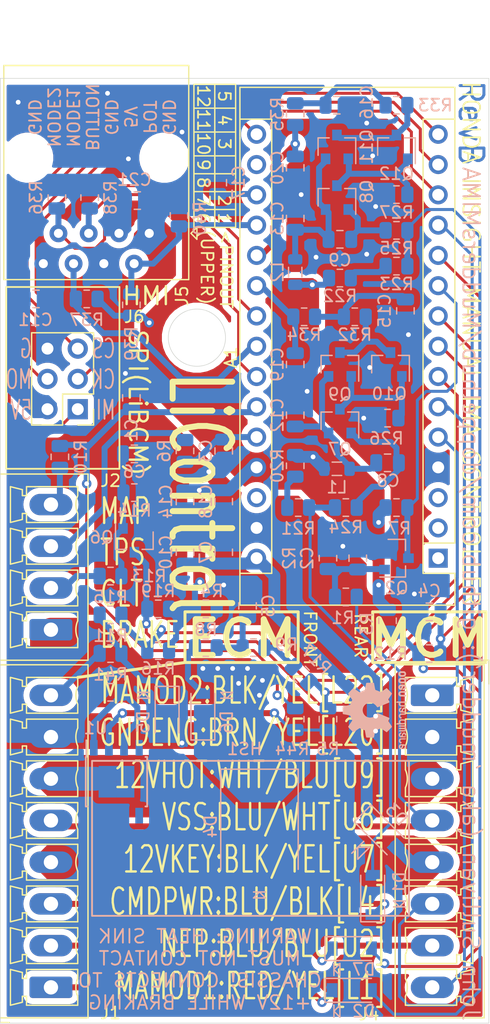
<source format=kicad_pcb>
(kicad_pcb (version 20171130) (host pcbnew "(5.1.9-0-10_14)")
  (layers (0 F.Cu signal hide) (31 B.Cu signal) (34 B.Paste user hide) (35 F.Paste user hide) (36 B.SilkS user) (37 F.SilkS user hide) (38 B.Mask user hide) (39 F.Mask user hide) (44 Edge.Cuts user))
  (net 0 "")
  (net 1 /AREF)
  (net 2 /POTENTIOMETER)
  (net 3 GND)
  (net 4 /MAMODE1_ADC)
  (net 5 /MAMODE2_MCM)
  (net 6 /CMDPWR_ADC)
  (net 7 /MAMODE1_MCM)
  (net 8 /BUTTON)
  (net 9 /MODE_SEL1)
  (net 10 /MODE_SEL2)
  (net 11 /VSS_PCINT2)
  (net 12 /NEP_PCINT0)
  (net 13 +5V)
  (net 14 /CMDPWR_MCM)
  (net 15 /12V_VIN)
  (net 16 /VSS_FILT)
  (net 17 /CLUTCH_FILT)
  (net 18 /CMD_5V_ILIM)
  (net 19 /CMD_G1)
  (net 20 /MA1_G1)
  (net 21 /MA1_5V_ILIM)
  (net 22 /CMD_PI)
  (net 23 /MA1_PI)
  (net 24 /CMDPWR_ECM)
  (net 25 /CMD_DIODE)
  (net 26 /MAMODE1_ECM)
  (net 27 /MA1_DIODE)
  (net 28 /12V_KEYON)
  (net 29 /NEP_12V)
  (net 30 /VSS)
  (net 31 /THROTTLE_RAW)
  (net 32 /CLUTCH_RAW)
  (net 33 /BRAKE_RAW)
  (net 34 /CMD_G2)
  (net 35 /MA1_G2)
  (net 36 /CMD_PP)
  (net 37 /MA1_PP)
  (net 38 /CMD_DIV)
  (net 39 /MA1_DIV)
  (net 40 /MAMODE2_ECM_uC)
  (net 41 /BRAKE_uC)
  (net 42 /CLUTCH_uC)
  (net 43 /MAP_uC)
  (net 44 /THROTTLE_uC)
  (net 45 /CS)
  (net 46 /MOSI)
  (net 47 /MISO)
  (net 48 /SCK)
  (net 49 /MAMODE2_ECM_VLIM)
  (net 50 /MAMODE2_ECM_RAW)
  (net 51 /12V_ALWAYS)
  (net 52 /MAP_RAW)
  (net 53 /GND_ILIM)
  (net 54 /BRAKE_PI)
  (net 55 /BRAKE_DRIVE)
  (net 56 /BRAKE_D)
  (net 57 /NEP_D)
  (net 58 /BRAKE_EN)
  (net 59 /BRAKE_ILIM)
  (module Symbol:OSHW-Logo2_7.3x6mm_SilkScreen (layer B.Cu) (at 116.75 121 270)
    (fp_text reference REF** hide)
    (fp_text value OSHW-Logo2_7.3x6mm_SilkScreen hide)
  )
  (module Diode_SMD:D_SOD-123 (layer B.Cu) (at 117.25 131.25 315)
    (fp_text reference D3 (at -0.176777 -1.944544 135) (layer B.SilkS) (effects (justify mirror)))
    (fp_text value D)
    (pad 2 smd rect (at 1.65 0 315) (size 0.9 1.2) (layers B.Cu B.Paste B.Mask) (net 28 /12V_KEYON))
    (pad 1 smd rect (at -1.65 0 315) (size 0.9 1.2) (layers B.Cu B.Paste B.Mask) (net 15 /12V_VIN))
  )
  (module Package_TO_SOT_SMD:SOT-23 (layer B.Cu) (at 96.5 106.75 270)
    (fp_text reference Q6 (at -0.25 2.75) (layer B.SilkS) (effects (justify mirror)))
    (fp_text value Q_NMOS_GSD)
    (pad 1 smd rect (at -1 0.95 270) (size 0.9 0.8) (layers B.Cu B.Paste B.Mask) (net 17 /CLUTCH_FILT))
    (pad 2 smd rect (at -1 -0.95 270) (size 0.9 0.8) (layers B.Cu B.Paste B.Mask) (net 3 GND))
    (pad 3 smd rect (at 1 0 270) (size 0.9 0.8) (layers B.Cu B.Paste B.Mask) (net 42 /CLUTCH_uC))
  )
  (module Capacitor_SMD:C_0805_2012Metric (layer B.Cu) (at 113.75 81.5 180)
    (fp_text reference C9 (at 0 -1.75 180) (layer B.SilkS) (effects (justify mirror)))
    (fp_text value DNP)
    (pad 1 smd roundrect (at -0.95 0 180) (size 1 1.45) (layers B.Cu B.Paste B.Mask) (net 20 /MA1_G1))
    (pad 2 smd roundrect (at 0.95 0 180) (size 1 1.45) (layers B.Cu B.Paste B.Mask) (net 21 /MA1_5V_ILIM))
  )
  (module Capacitor_SMD:C_0805_2012Metric (layer B.Cu) (at 110 96.25 270)
    (fp_text reference C12 (at 0 1.5 270) (layer B.SilkS) (effects (justify mirror)))
    (fp_text value 1u)
    (pad 1 smd roundrect (at -0.95 0 270) (size 1 1.45) (layers B.Cu B.Paste B.Mask) (net 3 GND))
    (pad 2 smd roundrect (at 0.95 0 270) (size 1 1.45) (layers B.Cu B.Paste B.Mask) (net 18 /CMD_5V_ILIM))
  )
  (module Capacitor_SMD:C_0805_2012Metric (layer B.Cu) (at 110 79.75 270)
    (fp_text reference C13 (at 0 1.5 270) (layer B.SilkS) (effects (justify mirror)))
    (fp_text value 1u)
    (pad 1 smd roundrect (at -0.95 0 270) (size 1 1.45) (layers B.Cu B.Paste B.Mask) (net 3 GND))
    (pad 2 smd roundrect (at 0.95 0 270) (size 1 1.45) (layers B.Cu B.Paste B.Mask) (net 21 /MA1_5V_ILIM))
  )
  (module Capacitor_SMD:C_0805_2012Metric (layer B.Cu) (at 119.25 87.5 90)
    (fp_text reference C15 (at 0 -1.75 90) (layer B.SilkS) (effects (justify mirror)))
    (fp_text value 1u)
    (pad 2 smd roundrect (at 0.95 0 90) (size 1 1.45) (layers B.Cu B.Paste B.Mask) (net 22 /CMD_PI))
    (pad 1 smd roundrect (at -0.95 0 90) (size 1 1.45) (layers B.Cu B.Paste B.Mask) (net 3 GND))
  )
  (module Capacitor_SMD:C_0805_2012Metric (layer B.Cu) (at 113.5 70.25 180)
    (fp_text reference C16 (at -2.5 0.25 90) (layer B.SilkS) (effects (justify mirror)))
    (fp_text value 100n)
    (pad 2 smd roundrect (at 0.95 0 180) (size 1 1.45) (layers B.Cu B.Paste B.Mask) (net 23 /MA1_PI))
    (pad 1 smd roundrect (at -0.95 0 180) (size 1 1.45) (layers B.Cu B.Paste B.Mask) (net 3 GND))
  )
  (module Capacitor_SMD:C_0805_2012Metric (layer B.Cu) (at 110 92 90)
    (fp_text reference C19 (at 0 -1.5 90) (layer B.SilkS) (effects (justify mirror)))
    (fp_text value 1u)
    (pad 2 smd roundrect (at 0.95 0 90) (size 1 1.45) (layers B.Cu B.Paste B.Mask) (net 6 /CMDPWR_ADC))
    (pad 1 smd roundrect (at -0.95 0 90) (size 1 1.45) (layers B.Cu B.Paste B.Mask) (net 3 GND))
  )
  (module Capacitor_SMD:C_0805_2012Metric (layer B.Cu) (at 110 75.5 90)
    (fp_text reference C20 (at 0 -1.5 90) (layer B.SilkS) (effects (justify mirror)))
    (fp_text value 100n)
    (pad 2 smd roundrect (at 0.95 0 90) (size 1 1.45) (layers B.Cu B.Paste B.Mask) (net 4 /MAMODE1_ADC))
    (pad 1 smd roundrect (at -0.95 0 90) (size 1 1.45) (layers B.Cu B.Paste B.Mask) (net 3 GND))
  )
  (module Diode_SMD:D_SOD-123 (layer B.Cu) (at 114.75 144.5)
    (fp_text reference D2 (at 1 1.75) (layer B.SilkS) (effects (justify mirror)))
    (fp_text value D)
    (pad 1 smd rect (at -1.65 0) (size 0.9 1.2) (layers B.Cu B.Paste B.Mask) (net 26 /MAMODE1_ECM))
    (pad 2 smd rect (at 1.65 0) (size 0.9 1.2) (layers B.Cu B.Paste B.Mask) (net 27 /MA1_DIODE))
  )
  (module Package_TO_SOT_SMD:SOT-23 (layer B.Cu) (at 113.75 96.75 90)
    (fp_text reference Q7 (at -2.35 0 180) (layer B.SilkS) (effects (justify mirror)))
    (fp_text value Q_PMOS_GSD)
    (pad 1 smd rect (at -1 0.95 90) (size 0.9 0.8) (layers B.Cu B.Paste B.Mask) (net 19 /CMD_G1))
    (pad 2 smd rect (at -1 -0.95 90) (size 0.9 0.8) (layers B.Cu B.Paste B.Mask) (net 18 /CMD_5V_ILIM))
    (pad 3 smd rect (at 1 0 90) (size 0.9 0.8) (layers B.Cu B.Paste B.Mask) (net 34 /CMD_G2))
  )
  (module Package_TO_SOT_SMD:SOT-23 (layer B.Cu) (at 113.5 78 90)
    (fp_text reference Q8 (at 0.5 2.5 90) (layer B.SilkS) (effects (justify mirror)))
    (fp_text value Q_PMOS_GSD)
    (pad 3 smd rect (at 1 0 90) (size 0.9 0.8) (layers B.Cu B.Paste B.Mask) (net 35 /MA1_G2))
    (pad 2 smd rect (at -1 -0.95 90) (size 0.9 0.8) (layers B.Cu B.Paste B.Mask) (net 21 /MA1_5V_ILIM))
    (pad 1 smd rect (at -1 0.95 90) (size 0.9 0.8) (layers B.Cu B.Paste B.Mask) (net 20 /MA1_G1))
  )
  (module Package_TO_SOT_SMD:SOT-23 (layer B.Cu) (at 113.75 92 90)
    (fp_text reference Q9 (at -2.5 0 180) (layer B.SilkS) (effects (justify mirror)))
    (fp_text value Q_PMOS_GSD)
    (pad 1 smd rect (at -1 0.95 90) (size 0.9 0.8) (layers B.Cu B.Paste B.Mask) (net 34 /CMD_G2))
    (pad 2 smd rect (at -1 -0.95 90) (size 0.9 0.8) (layers B.Cu B.Paste B.Mask) (net 18 /CMD_5V_ILIM))
    (pad 3 smd rect (at 1 0 90) (size 0.9 0.8) (layers B.Cu B.Paste B.Mask) (net 36 /CMD_PP))
  )
  (module Package_TO_SOT_SMD:SOT-23 (layer B.Cu) (at 118 92 90)
    (fp_text reference Q10 (at -2.45 -0.1 180) (layer B.SilkS) (effects (justify mirror)))
    (fp_text value Q_NMOS_GSD)
    (pad 3 smd rect (at 1 0 90) (size 0.9 0.8) (layers B.Cu B.Paste B.Mask) (net 36 /CMD_PP))
    (pad 2 smd rect (at -1 -0.95 90) (size 0.9 0.8) (layers B.Cu B.Paste B.Mask) (net 3 GND))
    (pad 1 smd rect (at -1 0.95 90) (size 0.9 0.8) (layers B.Cu B.Paste B.Mask) (net 34 /CMD_G2))
  )
  (module Package_TO_SOT_SMD:SOT-23 (layer B.Cu) (at 113.5 73.75 90)
    (fp_text reference Q11 (at 0 2.5 90) (layer B.SilkS) (effects (justify mirror)))
    (fp_text value Q_PMOS_GSD)
    (pad 3 smd rect (at 1 0 90) (size 0.9 0.8) (layers B.Cu B.Paste B.Mask) (net 37 /MA1_PP))
    (pad 2 smd rect (at -1 -0.95 90) (size 0.9 0.8) (layers B.Cu B.Paste B.Mask) (net 21 /MA1_5V_ILIM))
    (pad 1 smd rect (at -1 0.95 90) (size 0.9 0.8) (layers B.Cu B.Paste B.Mask) (net 35 /MA1_G2))
  )
  (module Package_TO_SOT_SMD:SOT-23 (layer B.Cu) (at 118.5 73.75 90)
    (fp_text reference Q12 (at -2.25 0) (layer B.SilkS) (effects (justify mirror)))
    (fp_text value Q_NMOS_GSD)
    (pad 3 smd rect (at 1 0 90) (size 0.9 0.8) (layers B.Cu B.Paste B.Mask) (net 37 /MA1_PP))
    (pad 2 smd rect (at -1 -0.95 90) (size 0.9 0.8) (layers B.Cu B.Paste B.Mask) (net 3 GND))
    (pad 1 smd rect (at -1 0.95 90) (size 0.9 0.8) (layers B.Cu B.Paste B.Mask) (net 35 /MA1_G2))
  )
  (module Resistor_SMD:R_0805_2012Metric (layer B.Cu) (at 113.75 84.75)
    (fp_text reference R22 (at 0 1.5 180) (layer B.SilkS) (effects (justify mirror)))
    (fp_text value 1k24)
    (pad 1 smd roundrect (at -0.9125 0) (size 1.025 1.4) (layers B.Cu B.Paste B.Mask) (roundrect_rratio 0.2439004878048781) (net 13 +5V))
    (pad 2 smd roundrect (at 0.9125 0) (size 1.025 1.4) (layers B.Cu B.Paste B.Mask) (roundrect_rratio 0.2439004878048781) (net 39 /MA1_DIV))
  )
  (module Resistor_SMD:R_0805_2012Metric (layer B.Cu) (at 118.5 83.75)
    (fp_text reference R23 (at 0 1.5 180) (layer B.SilkS) (effects (justify mirror)))
    (fp_text value 768)
    (pad 2 smd roundrect (at 0.9125 0) (size 1.025 1.4) (layers B.Cu B.Paste B.Mask) (roundrect_rratio 0.2439004878048781) (net 27 /MA1_DIODE))
    (pad 1 smd roundrect (at -0.9125 0) (size 1.025 1.4) (layers B.Cu B.Paste B.Mask) (roundrect_rratio 0.2439004878048781) (net 39 /MA1_DIV))
  )
  (module Resistor_SMD:R_0805_2012Metric (layer B.Cu) (at 118.5 80.75 180)
    (fp_text reference R25 (at 0 -1.5 180) (layer B.SilkS) (effects (justify mirror)))
    (fp_text value 100)
    (pad 2 smd roundrect (at 0.9125 0 180) (size 1.025 1.4) (layers B.Cu B.Paste B.Mask) (roundrect_rratio 0.2439004878048781) (net 20 /MA1_G1))
    (pad 1 smd roundrect (at -0.9125 0 180) (size 1.025 1.4) (layers B.Cu B.Paste B.Mask) (roundrect_rratio 0.2439004878048781) (net 27 /MA1_DIODE))
  )
  (module Resistor_SMD:R_0805_2012Metric (layer B.Cu) (at 117.75 96.5 180)
    (fp_text reference R26 (at 0.1 -1.7 180) (layer B.SilkS) (effects (justify mirror)))
    (fp_text value 1k24)
    (pad 2 smd roundrect (at 0.9125 0 180) (size 1.025 1.4) (layers B.Cu B.Paste B.Mask) (roundrect_rratio 0.2439004878048781) (net 3 GND))
    (pad 1 smd roundrect (at -0.9125 0 180) (size 1.025 1.4) (layers B.Cu B.Paste B.Mask) (roundrect_rratio 0.2439004878048781) (net 34 /CMD_G2))
  )
  (module Resistor_SMD:R_0805_2012Metric (layer B.Cu) (at 118.5 77.75 180)
    (fp_text reference R27 (at 0 -1.5) (layer B.SilkS) (effects (justify mirror)))
    (fp_text value 1k24)
    (pad 1 smd roundrect (at -0.9125 0 180) (size 1.025 1.4) (layers B.Cu B.Paste B.Mask) (roundrect_rratio 0.2439004878048781) (net 35 /MA1_G2))
    (pad 2 smd roundrect (at 0.9125 0 180) (size 1.025 1.4) (layers B.Cu B.Paste B.Mask) (roundrect_rratio 0.2439004878048781) (net 3 GND))
  )
  (module Resistor_SMD:R_0805_2012Metric (layer B.Cu) (at 115 88 180)
    (fp_text reference R32 (at 0 -1.5) (layer B.SilkS) (effects (justify mirror)))
    (fp_text value 1k24)
    (pad 1 smd roundrect (at -0.9125 0 180) (size 1.025 1.4) (layers B.Cu B.Paste B.Mask) (roundrect_rratio 0.2439004878048781) (net 36 /CMD_PP))
    (pad 2 smd roundrect (at 0.9125 0 180) (size 1.025 1.4) (layers B.Cu B.Paste B.Mask) (roundrect_rratio 0.2439004878048781) (net 22 /CMD_PI))
  )
  (module Resistor_SMD:R_0805_2012Metric (layer B.Cu) (at 118.5 70.25 180)
    (fp_text reference R33 (at -3.25 0 180) (layer B.SilkS) (effects (justify mirror)))
    (fp_text value 1k24)
    (pad 2 smd roundrect (at 0.9125 0 180) (size 1.025 1.4) (layers B.Cu B.Paste B.Mask) (roundrect_rratio 0.2439004878048781) (net 23 /MA1_PI))
    (pad 1 smd roundrect (at -0.9125 0 180) (size 1.025 1.4) (layers B.Cu B.Paste B.Mask) (roundrect_rratio 0.2439004878048781) (net 37 /MA1_PP))
  )
  (module Resistor_SMD:R_0805_2012Metric (layer B.Cu) (at 110.75 88 180)
    (fp_text reference R34 (at 0 -1.5) (layer B.SilkS) (effects (justify mirror)))
    (fp_text value 7k32)
    (pad 2 smd roundrect (at 0.9125 0 180) (size 1.025 1.4) (layers B.Cu B.Paste B.Mask) (roundrect_rratio 0.2439004878048781) (net 6 /CMDPWR_ADC))
    (pad 1 smd roundrect (at -0.9125 0 180) (size 1.025 1.4) (layers B.Cu B.Paste B.Mask) (roundrect_rratio 0.2439004878048781) (net 22 /CMD_PI))
  )
  (module Resistor_SMD:R_0805_2012Metric (layer B.Cu) (at 110 71 270)
    (fp_text reference R35 (at 0 1.5 90) (layer B.SilkS) (effects (justify mirror)))
    (fp_text value 7k32)
    (pad 1 smd roundrect (at -0.9125 0 270) (size 1.025 1.4) (layers B.Cu B.Paste B.Mask) (roundrect_rratio 0.2439004878048781) (net 23 /MA1_PI))
    (pad 2 smd roundrect (at 0.9125 0 270) (size 1.025 1.4) (layers B.Cu B.Paste B.Mask) (roundrect_rratio 0.2439004878048781) (net 4 /MAMODE1_ADC))
  )
  (module Module:Arduino_Nano (layer F.Cu) (at 122 108.25 180)
    (fp_text reference A1 (at 17.4 16.85 270) (layer F.SilkS))
    (fp_text value Arduino_Nano_v3.x)
    (pad 1 thru_hole rect (at 0 0 180) (size 1.6 1.6) (drill 1) (layers *.Cu *.Mask))
    (pad 17 thru_hole oval (at 15.24 33.02 180) (size 1.6 1.6) (drill 1) (layers *.Cu *.Mask))
    (pad 2 thru_hole oval (at 0 2.54 180) (size 1.6 1.6) (drill 1) (layers *.Cu *.Mask))
    (pad 18 thru_hole oval (at 15.24 30.48 180) (size 1.6 1.6) (drill 1) (layers *.Cu *.Mask) (net 1 /AREF))
    (pad 3 thru_hole oval (at 0 5.08 180) (size 1.6 1.6) (drill 1) (layers *.Cu *.Mask))
    (pad 19 thru_hole oval (at 15.24 27.94 180) (size 1.6 1.6) (drill 1) (layers *.Cu *.Mask) (net 2 /POTENTIOMETER))
    (pad 4 thru_hole oval (at 0 7.62 180) (size 1.6 1.6) (drill 1) (layers *.Cu *.Mask) (net 3 GND))
    (pad 20 thru_hole oval (at 15.24 25.4 180) (size 1.6 1.6) (drill 1) (layers *.Cu *.Mask) (net 4 /MAMODE1_ADC))
    (pad 5 thru_hole oval (at 0 10.16 180) (size 1.6 1.6) (drill 1) (layers *.Cu *.Mask) (net 5 /MAMODE2_MCM))
    (pad 21 thru_hole oval (at 15.24 22.86 180) (size 1.6 1.6) (drill 1) (layers *.Cu *.Mask) (net 6 /CMDPWR_ADC))
    (pad 6 thru_hole oval (at 0 12.7 180) (size 1.6 1.6) (drill 1) (layers *.Cu *.Mask) (net 7 /MAMODE1_MCM))
    (pad 22 thru_hole oval (at 15.24 20.32 180) (size 1.6 1.6) (drill 1) (layers *.Cu *.Mask) (net 8 /BUTTON))
    (pad 7 thru_hole oval (at 0 15.24 180) (size 1.6 1.6) (drill 1) (layers *.Cu *.Mask) (net 40 /MAMODE2_ECM_uC))
    (pad 23 thru_hole oval (at 15.24 17.78 180) (size 1.6 1.6) (drill 1) (layers *.Cu *.Mask) (net 9 /MODE_SEL1))
    (pad 8 thru_hole oval (at 0 17.78 180) (size 1.6 1.6) (drill 1) (layers *.Cu *.Mask) (net 41 /BRAKE_uC))
    (pad 24 thru_hole oval (at 15.24 15.24 180) (size 1.6 1.6) (drill 1) (layers *.Cu *.Mask) (net 10 /MODE_SEL2))
    (pad 9 thru_hole oval (at 0 20.32 180) (size 1.6 1.6) (drill 1) (layers *.Cu *.Mask) (net 42 /CLUTCH_uC))
    (pad 25 thru_hole oval (at 15.24 12.7 180) (size 1.6 1.6) (drill 1) (layers *.Cu *.Mask) (net 43 /MAP_uC))
    (pad 10 thru_hole oval (at 0 22.86 180) (size 1.6 1.6) (drill 1) (layers *.Cu *.Mask) (net 11 /VSS_PCINT2))
    (pad 26 thru_hole oval (at 15.24 10.16 180) (size 1.6 1.6) (drill 1) (layers *.Cu *.Mask) (net 44 /THROTTLE_uC))
    (pad 11 thru_hole oval (at 0 25.4 180) (size 1.6 1.6) (drill 1) (layers *.Cu *.Mask) (net 12 /NEP_PCINT0))
    (pad 27 thru_hole oval (at 15.24 7.62 180) (size 1.6 1.6) (drill 1) (layers *.Cu *.Mask) (net 13 +5V))
    (pad 12 thru_hole oval (at 0 27.94 180) (size 1.6 1.6) (drill 1) (layers *.Cu *.Mask) (net 14 /CMDPWR_MCM))
    (pad 28 thru_hole oval (at 15.24 5.08 180) (size 1.6 1.6) (drill 1) (layers *.Cu *.Mask))
    (pad 13 thru_hole oval (at 0 30.48 180) (size 1.6 1.6) (drill 1) (layers *.Cu *.Mask) (net 45 /CS))
    (pad 29 thru_hole oval (at 15.24 2.54 180) (size 1.6 1.6) (drill 1) (layers *.Cu *.Mask) (net 3 GND))
    (pad 14 thru_hole oval (at 0 33.02 180) (size 1.6 1.6) (drill 1) (layers *.Cu *.Mask) (net 46 /MOSI))
    (pad 30 thru_hole oval (at 15.24 0 180) (size 1.6 1.6) (drill 1) (layers *.Cu *.Mask) (net 15 /12V_VIN))
    (pad 15 thru_hole oval (at 0 35.56 180) (size 1.6 1.6) (drill 1) (layers *.Cu *.Mask) (net 47 /MISO))
    (pad 16 thru_hole oval (at 15.24 35.56 180) (size 1.6 1.6) (drill 1) (layers *.Cu *.Mask) (net 48 /SCK))
  )
  (module Capacitor_SMD:C_0805_2012Metric (layer B.Cu) (at 115.25 108.25 270)
    (fp_text reference C2 (at 0 4.25 90) (layer B.SilkS) (effects (justify mirror)))
    (fp_text value 100n)
    (pad 1 smd roundrect (at -0.95 0 270) (size 1 1.45) (layers B.Cu B.Paste B.Mask) (net 3 GND))
    (pad 2 smd roundrect (at 0.95 0 270) (size 1 1.45) (layers B.Cu B.Paste B.Mask) (net 16 /VSS_FILT))
  )
  (module Capacitor_SMD:C_0805_2012Metric (layer B.Cu) (at 104 99.25 90)
    (fp_text reference C3 (at 0 -1.5 270) (layer B.SilkS) (effects (justify mirror)))
    (fp_text value 100n)
    (pad 1 smd roundrect (at -0.95 0 90) (size 1 1.45) (layers B.Cu B.Paste B.Mask) (net 3 GND))
    (pad 2 smd roundrect (at 0.95 0 90) (size 1 1.45) (layers B.Cu B.Paste B.Mask) (net 44 /THROTTLE_uC))
  )
  (module Capacitor_SMD:C_0805_2012Metric (layer B.Cu) (at 96.5 99.5 180)
    (fp_text reference C6 (at 0 -1.5) (layer B.SilkS) (effects (justify mirror)))
    (fp_text value 100n)
    (pad 2 smd roundrect (at 0.95 0 180) (size 1 1.45) (layers B.Cu B.Paste B.Mask) (net 17 /CLUTCH_FILT))
    (pad 1 smd roundrect (at -0.95 0 180) (size 1 1.45) (layers B.Cu B.Paste B.Mask) (net 3 GND))
  )
  (module Capacitor_SMD:C_0805_2012Metric (layer B.Cu) (at 104 107.75 90)
    (fp_text reference C7 (at 0 -1.5 270) (layer B.SilkS) (effects (justify mirror)))
    (fp_text value 100n)
    (pad 1 smd roundrect (at -0.95 0 90) (size 1 1.45) (layers B.Cu B.Paste B.Mask) (net 15 /12V_VIN))
    (pad 2 smd roundrect (at 0.95 0 90) (size 1 1.45) (layers B.Cu B.Paste B.Mask) (net 3 GND))
  )
  (module Capacitor_SMD:C_0805_2012Metric (layer B.Cu) (at 117.75 100.25 180)
    (fp_text reference C8 (at -0.05 -1.5 180) (layer B.SilkS) (effects (justify mirror)))
    (fp_text value DNP)
    (pad 2 smd roundrect (at 0.95 0 180) (size 1 1.45) (layers B.Cu B.Paste B.Mask) (net 18 /CMD_5V_ILIM))
    (pad 1 smd roundrect (at -0.95 0 180) (size 1 1.45) (layers B.Cu B.Paste B.Mask) (net 19 /CMD_G1))
  )
  (module Capacitor_SMD:C_0805_2012Metric (layer B.Cu) (at 100.75 107.75 90)
    (fp_text reference C10 (at 0 -1.6 270) (layer B.SilkS) (effects (justify mirror)))
    (fp_text value 1u)
    (pad 2 smd roundrect (at 0.95 0 90) (size 1 1.45) (layers B.Cu B.Paste B.Mask) (net 3 GND))
    (pad 1 smd roundrect (at -0.95 0 90) (size 1 1.45) (layers B.Cu B.Paste B.Mask) (net 15 /12V_VIN))
  )
  (module Capacitor_SMD:C_0805_2012Metric (layer B.Cu) (at 100.75 103.5 270)
    (fp_text reference C14 (at 0 1.6 270) (layer B.SilkS) (effects (justify mirror)))
    (fp_text value 1u)
    (pad 2 smd roundrect (at 0.95 0 270) (size 1 1.45) (layers B.Cu B.Paste B.Mask) (net 3 GND))
    (pad 1 smd roundrect (at -0.95 0 270) (size 1 1.45) (layers B.Cu B.Paste B.Mask) (net 13 +5V))
  )
  (module Capacitor_SMD:C_0805_2012Metric (layer B.Cu) (at 103.5 76.75 90)
    (fp_text reference C17 (at 0 1.75 270) (layer B.SilkS) (effects (justify mirror)))
    (fp_text value 100n)
    (pad 2 smd roundrect (at 0.95 0 90) (size 1 1.45) (layers B.Cu B.Paste B.Mask) (net 3 GND))
    (pad 1 smd roundrect (at -0.95 0 90) (size 1 1.45) (layers B.Cu B.Paste B.Mask) (net 1 /AREF))
  )
  (module Capacitor_SMD:C_0805_2012Metric (layer B.Cu) (at 104 103.5 270)
    (fp_text reference C18 (at 0 1.5 270) (layer B.SilkS) (effects (justify mirror)))
    (fp_text value 100n)
    (pad 2 smd roundrect (at 0.95 0 270) (size 1 1.45) (layers B.Cu B.Paste B.Mask) (net 3 GND))
    (pad 1 smd roundrect (at -0.95 0 270) (size 1 1.45) (layers B.Cu B.Paste B.Mask) (net 13 +5V))
  )
  (module Capacitor_SMD:C_0805_2012Metric (layer B.Cu) (at 96.75 78.25 180)
    (fp_text reference C21 (at 0.25 1.75 180) (layer B.SilkS) (effects (justify mirror)))
    (fp_text value 100n)
    (pad 1 smd roundrect (at -0.95 0 180) (size 1 1.45) (layers B.Cu B.Paste B.Mask) (net 3 GND))
    (pad 2 smd roundrect (at 0.95 0 180) (size 1 1.45) (layers B.Cu B.Paste B.Mask) (net 13 +5V))
  )
  (module Diode_SMD:D_SOD-123 (layer B.Cu) (at 116.5 136.5 90)
    (fp_text reference D1 (at 1 2.25 90) (layer B.SilkS) (effects (justify mirror)))
    (fp_text value D)
    (pad 1 smd rect (at -1.65 0 90) (size 0.9 1.2) (layers B.Cu B.Paste B.Mask) (net 24 /CMDPWR_ECM))
    (pad 2 smd rect (at 1.65 0 90) (size 0.9 1.2) (layers B.Cu B.Paste B.Mask) (net 25 /CMD_DIODE))
  )
  (module Connector_RJ:RJ45_Amphenol_54602-x08_Horizontal (layer F.Cu) (at 97.75 81 180)
    (fp_text reference J5 (at -2.75 -5.25 270) (layer F.SilkS))
    (fp_text value RJ45)
    (pad "" np_thru_hole circle (at 10.16 6.35 180) (size 3.2 3.2) (drill 3.2) (layers *.Cu *.Mask))
    (pad "" np_thru_hole circle (at -1.27 6.35 180) (size 3.2 3.2) (drill 3.2) (layers *.Cu *.Mask))
    (pad 1 thru_hole rect (at 0 0 180) (size 1.5 1.5) (drill 0.76) (layers *.Cu *.Mask) (net 3 GND))
    (pad 2 thru_hole circle (at 1.27 -2.54 180) (size 1.5 1.5) (drill 0.76) (layers *.Cu *.Mask) (net 2 /POTENTIOMETER))
    (pad 3 thru_hole circle (at 2.54 0 180) (size 1.5 1.5) (drill 0.76) (layers *.Cu *.Mask) (net 13 +5V))
    (pad 4 thru_hole circle (at 3.81 -2.54 180) (size 1.5 1.5) (drill 0.76) (layers *.Cu *.Mask) (net 3 GND))
    (pad 5 thru_hole circle (at 5.08 0 180) (size 1.5 1.5) (drill 0.76) (layers *.Cu *.Mask) (net 8 /BUTTON))
    (pad 6 thru_hole circle (at 6.35 -2.54 180) (size 1.5 1.5) (drill 0.76) (layers *.Cu *.Mask) (net 9 /MODE_SEL1))
    (pad 7 thru_hole circle (at 7.62 0 180) (size 1.5 1.5) (drill 0.76) (layers *.Cu *.Mask) (net 10 /MODE_SEL2))
    (pad 8 thru_hole circle (at 8.89 -2.54 180) (size 1.5 1.5) (drill 0.76) (layers *.Cu *.Mask) (net 3 GND))
  )
  (module Package_TO_SOT_SMD:SOT-23 (layer B.Cu) (at 118.5 108.25)
    (fp_text reference Q2 (at 0 2.5 180) (layer B.SilkS) (effects (justify mirror)))
    (fp_text value Q_NMOS_GSD)
    (pad 1 smd rect (at -1 0.95) (size 0.9 0.8) (layers B.Cu B.Paste B.Mask) (net 16 /VSS_FILT))
    (pad 2 smd rect (at -1 -0.95) (size 0.9 0.8) (layers B.Cu B.Paste B.Mask) (net 3 GND))
    (pad 3 smd rect (at 1 0) (size 0.9 0.8) (layers B.Cu B.Paste B.Mask) (net 11 /VSS_PCINT2))
  )
  (module Resistor_SMD:R_0805_2012Metric (layer B.Cu) (at 114.25 111.5 180)
    (fp_text reference R1 (at 0.25 -1.75) (layer B.SilkS) (effects (justify mirror)))
    (fp_text value 1k24)
    (pad 2 smd roundrect (at 0.9125 0 180) (size 1.025 1.4) (layers B.Cu B.Paste B.Mask) (roundrect_rratio 0.2439004878048781) (net 16 /VSS_FILT))
    (pad 1 smd roundrect (at -0.9125 0 180) (size 1.025 1.4) (layers B.Cu B.Paste B.Mask) (roundrect_rratio 0.2439004878048781) (net 30 /VSS))
  )
  (module Resistor_SMD:R_0805_2012Metric (layer B.Cu) (at 112.75 108.25 90)
    (fp_text reference R2 (at 0 -3.25 90) (layer B.SilkS) (effects (justify mirror)))
    (fp_text value DNP)
    (pad 1 smd roundrect (at -0.9125 0 90) (size 1.025 1.4) (layers B.Cu B.Paste B.Mask) (roundrect_rratio 0.2439004878048781) (net 16 /VSS_FILT))
    (pad 2 smd roundrect (at 0.9125 0 90) (size 1.025 1.4) (layers B.Cu B.Paste B.Mask) (roundrect_rratio 0.2439004878048781) (net 3 GND))
  )
  (module Resistor_SMD:R_0805_2012Metric (layer B.Cu) (at 100.75 99.25 90)
    (fp_text reference R6 (at 0 -1.75 270) (layer B.SilkS) (effects (justify mirror)))
    (fp_text value 7k32)
    (pad 2 smd roundrect (at 0.9125 0 90) (size 1.025 1.4) (layers B.Cu B.Paste B.Mask) (roundrect_rratio 0.2439004878048781) (net 31 /THROTTLE_RAW))
    (pad 1 smd roundrect (at -0.9125 0 90) (size 1.025 1.4) (layers B.Cu B.Paste B.Mask) (roundrect_rratio 0.2439004878048781) (net 44 /THROTTLE_uC))
  )
  (module Resistor_SMD:R_0805_2012Metric (layer B.Cu) (at 118.5 104)
    (fp_text reference R7 (at 0.25 1.75) (layer B.SilkS) (effects (justify mirror)))
    (fp_text value 7k32)
    (pad 1 smd roundrect (at -0.9125 0) (size 1.025 1.4) (layers B.Cu B.Paste B.Mask) (roundrect_rratio 0.2439004878048781) (net 13 +5V))
    (pad 2 smd roundrect (at 0.9125 0) (size 1.025 1.4) (layers B.Cu B.Paste B.Mask) (roundrect_rratio 0.2439004878048781) (net 11 /VSS_PCINT2))
  )
  (module Resistor_SMD:R_0805_2012Metric (layer B.Cu) (at 94.5 109.75)
    (fp_text reference R13 (at 3.25 0) (layer B.SilkS) (effects (justify mirror)))
    (fp_text value 7k32)
    (pad 1 smd roundrect (at -0.9125 0) (size 1.025 1.4) (layers B.Cu B.Paste B.Mask) (roundrect_rratio 0.2439004878048781) (net 32 /CLUTCH_RAW))
    (pad 2 smd roundrect (at 0.9125 0) (size 1.025 1.4) (layers B.Cu B.Paste B.Mask) (roundrect_rratio 0.2439004878048781) (net 17 /CLUTCH_FILT))
  )
  (module Resistor_SMD:R_0805_2012Metric (layer B.Cu) (at 96.5 102.75)
    (fp_text reference R14 (at 0 1.5) (layer B.SilkS) (effects (justify mirror)))
    (fp_text value DNP)
    (pad 2 smd roundrect (at 0.9125 0) (size 1.025 1.4) (layers B.Cu B.Paste B.Mask) (roundrect_rratio 0.2439004878048781) (net 3 GND))
    (pad 1 smd roundrect (at -0.9125 0) (size 1.025 1.4) (layers B.Cu B.Paste B.Mask) (roundrect_rratio 0.2439004878048781) (net 17 /CLUTCH_FILT))
  )
  (module Resistor_SMD:R_0805_2012Metric (layer B.Cu) (at 98.5 112.5 180)
    (fp_text reference R19 (at 0 1.5) (layer B.SilkS) (effects (justify mirror)))
    (fp_text value 7k32)
    (pad 1 smd roundrect (at -0.9125 0 180) (size 1.025 1.4) (layers B.Cu B.Paste B.Mask) (roundrect_rratio 0.2439004878048781) (net 13 +5V))
    (pad 2 smd roundrect (at 0.9125 0 180) (size 1.025 1.4) (layers B.Cu B.Paste B.Mask) (roundrect_rratio 0.2439004878048781) (net 42 /CLUTCH_uC))
  )
  (module Resistor_SMD:R_0805_2012Metric (layer B.Cu) (at 110 100.5 270)
    (fp_text reference R20 (at 0 1.5 270) (layer B.SilkS) (effects (justify mirror)))
    (fp_text value 1k24)
    (pad 1 smd roundrect (at -0.9125 0 270) (size 1.025 1.4) (layers B.Cu B.Paste B.Mask) (roundrect_rratio 0.2439004878048781) (net 13 +5V))
    (pad 2 smd roundrect (at 0.9125 0 270) (size 1.025 1.4) (layers B.Cu B.Paste B.Mask) (roundrect_rratio 0.2439004878048781) (net 38 /CMD_DIV))
  )
  (module Resistor_SMD:R_0805_2012Metric (layer B.Cu) (at 110.25 104)
    (fp_text reference R21 (at 0 1.75 180) (layer B.SilkS) (effects (justify mirror)))
    (fp_text value 768)
    (pad 2 smd roundrect (at 0.9125 0) (size 1.025 1.4) (layers B.Cu B.Paste B.Mask) (roundrect_rratio 0.2439004878048781) (net 25 /CMD_DIODE))
    (pad 1 smd roundrect (at -0.9125 0) (size 1.025 1.4) (layers B.Cu B.Paste B.Mask) (roundrect_rratio 0.2439004878048781) (net 38 /CMD_DIV))
  )
  (module Resistor_SMD:R_0805_2012Metric (layer B.Cu) (at 114.25 104)
    (fp_text reference R24 (at 0 1.65 180) (layer B.SilkS) (effects (justify mirror)))
    (fp_text value 100)
    (pad 2 smd roundrect (at 0.9125 0) (size 1.025 1.4) (layers B.Cu B.Paste B.Mask) (roundrect_rratio 0.2439004878048781) (net 19 /CMD_G1))
    (pad 1 smd roundrect (at -0.9125 0) (size 1.025 1.4) (layers B.Cu B.Paste B.Mask) (roundrect_rratio 0.2439004878048781) (net 25 /CMD_DIODE))
  )
  (module Resistor_SMD:R_0805_2012Metric (layer B.Cu) (at 90 78 270)
    (fp_text reference R36 (at 0 1.75 270) (layer B.SilkS) (effects (justify mirror)))
    (fp_text value 10k)
    (pad 1 smd roundrect (at -0.9125 0 270) (size 1.025 1.4) (layers B.Cu B.Paste B.Mask) (roundrect_rratio 0.2439004878048781) (net 13 +5V))
    (pad 2 smd roundrect (at 0.9125 0 270) (size 1.025 1.4) (layers B.Cu B.Paste B.Mask) (roundrect_rratio 0.2439004878048781) (net 10 /MODE_SEL2))
  )
  (module Resistor_SMD:R_0805_2012Metric (layer B.Cu) (at 92.5 86.5 180)
    (fp_text reference R37 (at 0 -1.75) (layer B.SilkS) (effects (justify mirror)))
    (fp_text value 10k)
    (pad 2 smd roundrect (at 0.9125 0 180) (size 1.025 1.4) (layers B.Cu B.Paste B.Mask) (roundrect_rratio 0.2439004878048781) (net 9 /MODE_SEL1))
    (pad 1 smd roundrect (at -0.9125 0 180) (size 1.025 1.4) (layers B.Cu B.Paste B.Mask) (roundrect_rratio 0.2439004878048781) (net 13 +5V))
  )
  (module Resistor_SMD:R_0805_2012Metric (layer B.Cu) (at 92.75 78 270)
    (fp_text reference R38 (at 0 -1.75 270) (layer B.SilkS) (effects (justify mirror)))
    (fp_text value 10k)
    (pad 2 smd roundrect (at 0.9125 0 270) (size 1.025 1.4) (layers B.Cu B.Paste B.Mask) (roundrect_rratio 0.2439004878048781) (net 8 /BUTTON))
    (pad 1 smd roundrect (at -0.9125 0 270) (size 1.025 1.4) (layers B.Cu B.Paste B.Mask) (roundrect_rratio 0.2439004878048781) (net 13 +5V))
  )
  (module Resistor_SMD:R_0805_2012Metric (layer B.Cu) (at 96.25 87 90)
    (fp_text reference R39 (at -3.25 0 270) (layer B.SilkS) (effects (justify mirror)))
    (fp_text value 10k)
    (pad 2 smd roundrect (at 0.9125 0 90) (size 1.025 1.4) (layers B.Cu B.Paste B.Mask) (roundrect_rratio 0.2439004878048781) (net 2 /POTENTIOMETER))
    (pad 1 smd roundrect (at -0.9125 0 90) (size 1.025 1.4) (layers B.Cu B.Paste B.Mask) (roundrect_rratio 0.2439004878048781) (net 13 +5V))
  )
  (module Resistor_SMD:R_0805_2012Metric (layer B.Cu) (at 100.25 79.5 90)
    (fp_text reference R40 (at -0.25 1.75 270) (layer B.SilkS) (effects (justify mirror)))
    (fp_text value 10k)
    (pad 1 smd roundrect (at -0.9125 0 90) (size 1.025 1.4) (layers B.Cu B.Paste B.Mask) (roundrect_rratio 0.2439004878048781) (net 2 /POTENTIOMETER))
    (pad 2 smd roundrect (at 0.9125 0 90) (size 1.025 1.4) (layers B.Cu B.Paste B.Mask) (roundrect_rratio 0.2439004878048781) (net 3 GND))
  )
  (module Capacitor_SMD:C_0805_2012Metric (layer B.Cu) (at 96.25 94.8 270)
    (fp_text reference C1 (at 2.7 0 270) (layer B.SilkS) (effects (justify mirror)))
    (fp_text value 100n)
    (pad 2 smd roundrect (at 0.95 0 270) (size 1 1.45) (layers B.Cu B.Paste B.Mask) (net 43 /MAP_uC))
    (pad 1 smd roundrect (at -0.95 0 270) (size 1 1.45) (layers B.Cu B.Paste B.Mask) (net 3 GND))
  )
  (module Capacitor_SMD:C_0805_2012Metric (layer B.Cu) (at 88.25 86.5 180)
    (fp_text reference C11 (at 0.05 -1.75) (layer B.SilkS) (effects (justify mirror)))
    (fp_text value 100n)
    (pad 1 smd roundrect (at -0.95 0 180) (size 1 1.45) (layers B.Cu B.Paste B.Mask) (net 3 GND))
    (pad 2 smd roundrect (at 0.95 0 180) (size 1 1.45) (layers B.Cu B.Paste B.Mask) (net 13 +5V))
  )
  (module Diode_SMD:D_SMC (layer B.Cu) (at 107 130.75 270)
    (fp_text reference D4 (at 0 4.1 90) (layer B.SilkS) (effects (justify mirror)))
    (fp_text value D)
    (pad 1 smd rect (at -3.4 0 180) (size 3.3 2.5) (layers B.Cu B.Paste B.Mask) (net 33 /BRAKE_RAW))
    (pad 2 smd rect (at 3.4 0 180) (size 3.3 2.5) (layers B.Cu B.Paste B.Mask) (net 55 /BRAKE_DRIVE))
  )
  (module Diode_SMD:D_SOD-123 (layer B.Cu) (at 99.25 121.25 270)
    (fp_text reference D5 (at 0.75 2 90) (layer B.SilkS) (effects (justify mirror)))
    (fp_text value D_Zener_ALT)
    (pad 2 smd rect (at 1.65 0 270) (size 0.9 1.2) (layers B.Cu B.Paste B.Mask) (net 3 GND))
    (pad 1 smd rect (at -1.65 0 270) (size 0.9 1.2) (layers B.Cu B.Paste B.Mask) (net 49 /MAMODE2_ECM_VLIM))
  )
  (module Connector_PinHeader_2.54mm:PinHeader_2x03_P2.54mm_Vertical (layer F.Cu) (at 91.75 95.75 180)
    (fp_text reference J6 (at -4.75 7.75 180) (layer F.SilkS))
    (fp_text value Conn_02x03_Odd_Even)
    (pad 1 thru_hole rect (at 0 0 180) (size 1.7 1.7) (drill 1) (layers *.Cu *.Mask) (net 47 /MISO))
    (pad 2 thru_hole oval (at 2.54 0 180) (size 1.7 1.7) (drill 1) (layers *.Cu *.Mask) (net 13 +5V))
    (pad 3 thru_hole oval (at 0 2.54 180) (size 1.7 1.7) (drill 1) (layers *.Cu *.Mask) (net 48 /SCK))
    (pad 4 thru_hole oval (at 2.54 2.54 180) (size 1.7 1.7) (drill 1) (layers *.Cu *.Mask) (net 46 /MOSI))
    (pad 5 thru_hole oval (at 0 5.08 180) (size 1.7 1.7) (drill 1) (layers *.Cu *.Mask) (net 45 /CS))
    (pad 6 thru_hole oval (at 2.54 5.08 180) (size 1.7 1.7) (drill 1) (layers *.Cu *.Mask) (net 3 GND))
  )
  (module Inductor_SMD:L_0805_2012Metric (layer B.Cu) (at 113.5 100.75)
    (fp_text reference L1 (at 0 1.55) (layer B.SilkS) (effects (justify mirror)))
    (fp_text value 1u)
    (pad 1 smd roundrect (at -1.0625 0) (size 0.875 1.2) (layers B.Cu B.Paste B.Mask) (net 13 +5V))
    (pad 2 smd roundrect (at 1.0625 0) (size 0.875 1.2) (layers B.Cu B.Paste B.Mask) (net 18 /CMD_5V_ILIM))
  )
  (module Inductor_SMD:L_0805_2012Metric (layer B.Cu) (at 110 84.25 90)
    (fp_text reference L2 (at 0 -1.5 90) (layer B.SilkS) (effects (justify mirror)))
    (fp_text value 1u)
    (pad 2 smd roundrect (at 1.0625 0 90) (size 0.875 1.2) (layers B.Cu B.Paste B.Mask) (net 21 /MA1_5V_ILIM))
    (pad 1 smd roundrect (at -1.0625 0 90) (size 0.875 1.2) (layers B.Cu B.Paste B.Mask) (net 13 +5V))
  )
  (module Resistor_SMD:R_0805_2012Metric (layer B.Cu) (at 112.75 121.75 270)
    (fp_text reference R5 (at 2.5 0 180) (layer B.SilkS) (effects (justify mirror)))
    (fp_text value 1k24)
    (pad 2 smd roundrect (at 0.9125 0 270) (size 1.025 1.4) (layers B.Cu B.Paste B.Mask) (roundrect_rratio 0.2439014634146341) (net 58 /BRAKE_EN))
    (pad 1 smd roundrect (at -0.9125 0 270) (size 1.025 1.4) (layers B.Cu B.Paste B.Mask) (roundrect_rratio 0.2439014634146341) (net 41 /BRAKE_uC))
  )
  (module Resistor_SMD:R_0805_2012Metric (layer B.Cu) (at 90.25 99.75 270)
    (fp_text reference R10 (at 0 -1.75 90) (layer B.SilkS) (effects (justify mirror)))
    (fp_text value 7k32)
    (pad 2 smd roundrect (at 0.9125 0 270) (size 1.025 1.4) (layers B.Cu B.Paste B.Mask) (roundrect_rratio 0.2439014634146341) (net 52 /MAP_RAW))
    (pad 1 smd roundrect (at -0.9125 0 270) (size 1.025 1.4) (layers B.Cu B.Paste B.Mask) (roundrect_rratio 0.2439014634146341) (net 43 /MAP_uC))
  )
  (module Resistor_SMD:R_0805_2012Metric (layer B.Cu) (at 94.5 116.25)
    (fp_text reference R11 (at 0 -1.5) (layer B.SilkS) (effects (justify mirror)))
    (fp_text value 768)
    (pad 2 smd roundrect (at 0.9125 0) (size 1.025 1.4) (layers B.Cu B.Paste B.Mask) (roundrect_rratio 0.2439014634146341) (net 49 /MAMODE2_ECM_VLIM))
    (pad 1 smd roundrect (at -0.9125 0) (size 1.025 1.4) (layers B.Cu B.Paste B.Mask) (roundrect_rratio 0.2439014634146341) (net 50 /MAMODE2_ECM_RAW))
  )
  (module Resistor_SMD:R_0805_2012Metric (layer B.Cu) (at 94.5 113 180)
    (fp_text reference R15 (at 0 1.5) (layer B.SilkS) (effects (justify mirror)))
    (fp_text value 1k24)
    (pad 1 smd roundrect (at -0.9125 0 180) (size 1.025 1.4) (layers B.Cu B.Paste B.Mask) (roundrect_rratio 0.2439014634146341) (net 40 /MAMODE2_ECM_uC))
    (pad 2 smd roundrect (at 0.9125 0 180) (size 1.025 1.4) (layers B.Cu B.Paste B.Mask) (roundrect_rratio 0.2439014634146341) (net 49 /MAMODE2_ECM_VLIM))
  )
  (module Resistor_SMD:R_0805_2012Metric (layer B.Cu) (at 98.5 116 180)
    (fp_text reference R16 (at 0 -1.5) (layer B.SilkS) (effects (justify mirror)))
    (fp_text value 71k5)
    (pad 2 smd roundrect (at 0.9125 0 180) (size 1.025 1.4) (layers B.Cu B.Paste B.Mask) (roundrect_rratio 0.2439014634146341) (net 40 /MAMODE2_ECM_uC))
    (pad 1 smd roundrect (at -0.9125 0 180) (size 1.025 1.4) (layers B.Cu B.Paste B.Mask) (roundrect_rratio 0.2439014634146341) (net 13 +5V))
  )
  (module Resistor_SMD:R_0805_2012Metric (layer B.Cu) (at 94.5 119.5 180)
    (fp_text reference R41 (at 0 1.5) (layer B.SilkS) (effects (justify mirror)))
    (fp_text value 100)
    (pad 1 smd roundrect (at -0.9125 0 180) (size 1.025 1.4) (layers B.Cu B.Paste B.Mask) (roundrect_rratio 0.2439014634146341) (net 53 /GND_ILIM))
    (pad 2 smd roundrect (at 0.9125 0 180) (size 1.025 1.4) (layers B.Cu B.Paste B.Mask) (roundrect_rratio 0.2439014634146341) (net 3 GND))
  )
  (module Resistor_SMD:R_0805_2012Metric (layer B.Cu) (at 110 121.75 90)
    (fp_text reference R44 (at -2.5 -0.25 180) (layer B.SilkS) (effects (justify mirror)))
    (fp_text value DNP)
    (pad 1 smd roundrect (at -0.9125 0 90) (size 1.025 1.4) (layers B.Cu B.Paste B.Mask) (roundrect_rratio 0.2439014634146341) (net 58 /BRAKE_EN))
    (pad 2 smd roundrect (at 0.9125 0 90) (size 1.025 1.4) (layers B.Cu B.Paste B.Mask) (roundrect_rratio 0.2439014634146341) (net 43 /MAP_uC))
  )
  (module Package_SO:Infineon_PG-DSO-8-43 (layer B.Cu) (at 95 127 270)
    (fp_text reference U1 (at -4.5 1.75 180) (layer B.SilkS) (effects (justify mirror)))
    (fp_text value BTS5030-1EJA)
    (pad 1 smd rect (at -2.845 1.905 270) (size 1.31 0.65) (layers B.Cu B.Paste B.Mask) (net 53 /GND_ILIM))
    (pad 2 smd rect (at -2.845 0.635 270) (size 1.31 0.65) (layers B.Cu B.Paste B.Mask) (net 58 /BRAKE_EN))
    (pad 3 smd rect (at -2.845 -0.635 270) (size 1.31 0.65) (layers B.Cu B.Paste B.Mask) (net 53 /GND_ILIM))
    (pad 4 smd rect (at -2.845 -1.905 270) (size 1.31 0.6) (layers B.Cu B.Paste B.Mask))
    (pad 5 smd rect (at 2.845 -1.905 270) (size 1.31 0.65) (layers B.Cu B.Paste B.Mask))
    (pad 6 smd rect (at 2.845 -0.635 270) (size 1.31 0.65) (layers B.Cu B.Paste B.Mask) (net 55 /BRAKE_DRIVE))
    (pad 7 smd rect (at 2.845 0.635 270) (size 1.31 0.65) (layers B.Cu B.Paste B.Mask) (net 55 /BRAKE_DRIVE))
    (pad 8 smd rect (at 2.845 1.905 270) (size 1.31 0.65) (layers B.Cu B.Paste B.Mask) (net 55 /BRAKE_DRIVE))
    (pad 9 smd rect (at 0.6625 -0.75 270) (size 1.325 1.5) (layers B.Cu B.Paste B.Mask) (net 51 /12V_ALWAYS))
    (pad 9 smd rect (at 0.6625 0.75 270) (size 1.325 1.5) (layers B.Cu B.Paste B.Mask) (net 51 /12V_ALWAYS))
    (pad 9 smd rect (at -0.6625 -0.75 270) (size 1.325 1.5) (layers B.Cu B.Paste B.Mask) (net 51 /12V_ALWAYS))
    (pad 9 smd rect (at -0.6625 0.75 270) (size 1.325 1.5) (layers B.Cu B.Paste B.Mask) (net 51 /12V_ALWAYS))
  )
  (module Heatsink:Heatsink_AAVID_573300D00010G_TO-263 (layer B.Cu) (at 106.25 131.75)
    (fp_text reference HS1 (at -0.5 -7.5) (layer B.SilkS) (effects (justify mirror)))
    (fp_text value Heatsink_Pad)
    (pad 1 smd rect (at 6.92 0) (size 1.85 13.7) (layers B.Cu B.Paste B.Mask) (net 55 /BRAKE_DRIVE))
    (pad 1 smd rect (at -6.92 0) (size 1.85 13.7) (layers B.Cu B.Paste B.Mask) (net 55 /BRAKE_DRIVE))
  )
  (module Connector_Phoenix_MC:PhoenixContact_MCV_1,5_8-G-3.5_1x08_P3.50mm_Vertical (layer F.Cu) (at 89.5 144.25 90)
    (fp_text reference J1 (at -2.15 5) (layer F.SilkS))
    (fp_text value Conn_01x08)
    (pad 1 thru_hole roundrect (at 0 0 90) (size 1.8 3.6) (drill 1.2) (layers *.Cu *.Mask) (roundrect_rratio 0.1388888888888889) (net 26 /MAMODE1_ECM))
    (pad 2 thru_hole oval (at 3.5 0 90) (size 1.8 3.6) (drill 1.2) (layers *.Cu *.Mask) (net 29 /NEP_12V))
    (pad 3 thru_hole oval (at 7 0 90) (size 1.8 3.6) (drill 1.2) (layers *.Cu *.Mask) (net 24 /CMDPWR_ECM))
    (pad 4 thru_hole oval (at 10.5 0 90) (size 1.8 3.6) (drill 1.2) (layers *.Cu *.Mask) (net 28 /12V_KEYON))
    (pad 5 thru_hole oval (at 14 0 90) (size 1.8 3.6) (drill 1.2) (layers *.Cu *.Mask) (net 30 /VSS))
    (pad 6 thru_hole oval (at 17.5 0 90) (size 1.8 3.6) (drill 1.2) (layers *.Cu *.Mask) (net 51 /12V_ALWAYS))
    (pad 7 thru_hole oval (at 21 0 90) (size 1.8 3.6) (drill 1.2) (layers *.Cu *.Mask) (net 3 GND))
    (pad 8 thru_hole oval (at 24.5 0 90) (size 1.8 3.6) (drill 1.2) (layers *.Cu *.Mask) (net 50 /MAMODE2_ECM_RAW))
  )
  (module Connector_Phoenix_MC:PhoenixContact_MCV_1,5_8-G-3.5_1x08_P3.50mm_Vertical (layer F.Cu) (at 121.5 119.75 270)
    (fp_text reference J4 (at 26.75 5.3 180) (layer F.SilkS))
    (fp_text value Conn_01x08)
    (pad 8 thru_hole oval (at 24.5 0 270) (size 1.8 3.6) (drill 1.2) (layers *.Cu *.Mask) (net 7 /MAMODE1_MCM))
    (pad 7 thru_hole oval (at 21 0 270) (size 1.8 3.6) (drill 1.2) (layers *.Cu *.Mask) (net 29 /NEP_12V))
    (pad 6 thru_hole oval (at 17.5 0 270) (size 1.8 3.6) (drill 1.2) (layers *.Cu *.Mask) (net 14 /CMDPWR_MCM))
    (pad 5 thru_hole oval (at 14 0 270) (size 1.8 3.6) (drill 1.2) (layers *.Cu *.Mask) (net 28 /12V_KEYON))
    (pad 4 thru_hole oval (at 10.5 0 270) (size 1.8 3.6) (drill 1.2) (layers *.Cu *.Mask) (net 30 /VSS))
    (pad 3 thru_hole oval (at 7 0 270) (size 1.8 3.6) (drill 1.2) (layers *.Cu *.Mask) (net 51 /12V_ALWAYS))
    (pad 2 thru_hole oval (at 3.5 0 270) (size 1.8 3.6) (drill 1.2) (layers *.Cu *.Mask) (net 3 GND))
    (pad 1 thru_hole roundrect (at 0 0 270) (size 1.8 3.6) (drill 1.2) (layers *.Cu *.Mask) (roundrect_rratio 0.1388888888888889) (net 5 /MAMODE2_MCM))
  )
  (module Connector_Phoenix_MC:PhoenixContact_MCV_1,5_4-G-3.5_1x04_P3.50mm_Vertical (layer F.Cu) (at 89.5 114.25 90)
    (fp_text reference J2 (at 12.5 5 180) (layer F.SilkS))
    (fp_text value Conn_01x04)
    (pad 1 thru_hole roundrect (at 0 0 90) (size 1.8 3.6) (drill 1.2) (layers *.Cu *.Mask) (roundrect_rratio 0.1388888888888889) (net 33 /BRAKE_RAW))
    (pad 2 thru_hole oval (at 3.5 0 90) (size 1.8 3.6) (drill 1.2) (layers *.Cu *.Mask) (net 32 /CLUTCH_RAW))
    (pad 3 thru_hole oval (at 7 0 90) (size 1.8 3.6) (drill 1.2) (layers *.Cu *.Mask) (net 31 /THROTTLE_RAW))
    (pad 4 thru_hole oval (at 10.5 0 90) (size 1.8 3.6) (drill 1.2) (layers *.Cu *.Mask) (net 52 /MAP_RAW))
  )
  (module Capacitor_SMD:C_0805_2012Metric (layer B.Cu) (at 121.25 112.75)
    (fp_text reference C4 (at 0 -1.75) (layer B.SilkS) (effects (justify mirror)))
    (fp_text value 100n)
    (pad 2 smd roundrect (at 0.95 0) (size 1 1.45) (layers B.Cu B.Paste B.Mask) (net 12 /NEP_PCINT0))
    (pad 1 smd roundrect (at -0.95 0) (size 1 1.45) (layers B.Cu B.Paste B.Mask) (net 3 GND))
  )
  (module Capacitor_SMD:C_0805_2012Metric (layer B.Cu) (at 106 112.25 270)
    (fp_text reference C5 (at 0 -1.75 90) (layer B.SilkS) (effects (justify mirror)))
    (fp_text value 100n)
    (pad 1 smd roundrect (at -0.95 0 270) (size 1 1.45) (layers B.Cu B.Paste B.Mask) (net 3 GND))
    (pad 2 smd roundrect (at 0.95 0 270) (size 1 1.45) (layers B.Cu B.Paste B.Mask) (net 54 /BRAKE_PI))
  )
  (module Diode_SMD:D_SOD-123 (layer B.Cu) (at 102.25 121.25 90)
    (fp_text reference D6 (at -0.75 2 90) (layer B.SilkS) (effects (justify mirror)))
    (fp_text value D)
    (pad 1 smd rect (at -1.65 0 90) (size 0.9 1.2) (layers B.Cu B.Paste B.Mask) (net 33 /BRAKE_RAW))
    (pad 2 smd rect (at 1.65 0 90) (size 0.9 1.2) (layers B.Cu B.Paste B.Mask) (net 56 /BRAKE_D))
  )
  (module Diode_SMD:D_SOD-123 (layer B.Cu) (at 114.75 141)
    (fp_text reference D7 (at 1 1.75) (layer B.SilkS) (effects (justify mirror)))
    (fp_text value D)
    (pad 2 smd rect (at 1.65 0) (size 0.9 1.2) (layers B.Cu B.Paste B.Mask) (net 57 /NEP_D))
    (pad 1 smd rect (at -1.65 0) (size 0.9 1.2) (layers B.Cu B.Paste B.Mask) (net 29 /NEP_12V))
  )
  (module Resistor_SMD:R_0805_2012Metric (layer B.Cu) (at 117.75 113.5 270)
    (fp_text reference R3 (at 0.25 1.75 90) (layer B.SilkS) (effects (justify mirror)))
    (fp_text value 1k24)
    (pad 1 smd roundrect (at -0.9125 0 270) (size 1.025 1.4) (layers B.Cu B.Paste B.Mask) (roundrect_rratio 0.2439014634146341) (net 13 +5V))
    (pad 2 smd roundrect (at 0.9125 0 270) (size 1.025 1.4) (layers B.Cu B.Paste B.Mask) (roundrect_rratio 0.2439014634146341) (net 57 /NEP_D))
  )
  (module Resistor_SMD:R_0805_2012Metric (layer B.Cu) (at 102.5 112.5)
    (fp_text reference R4 (at 0.5 -1.5) (layer B.SilkS) (effects (justify mirror)))
    (fp_text value 1k24)
    (pad 2 smd roundrect (at 0.9125 0) (size 1.025 1.4) (layers B.Cu B.Paste B.Mask) (roundrect_rratio 0.2439014634146341) (net 56 /BRAKE_D))
    (pad 1 smd roundrect (at -0.9125 0) (size 1.025 1.4) (layers B.Cu B.Paste B.Mask) (roundrect_rratio 0.2439014634146341) (net 13 +5V))
  )
  (module Resistor_SMD:R_0805_2012Metric (layer B.Cu) (at 102.5 115.75)
    (fp_text reference R8 (at 0 -1.5) (layer B.SilkS) (effects (justify mirror)))
    (fp_text value 100)
    (pad 2 smd roundrect (at 0.9125 0) (size 1.025 1.4) (layers B.Cu B.Paste B.Mask) (roundrect_rratio 0.2439014634146341) (net 54 /BRAKE_PI))
    (pad 1 smd roundrect (at -0.9125 0) (size 1.025 1.4) (layers B.Cu B.Paste B.Mask) (roundrect_rratio 0.2439014634146341) (net 56 /BRAKE_D))
  )
  (module Resistor_SMD:R_0805_2012Metric (layer B.Cu) (at 106.5 115.75)
    (fp_text reference R9 (at 2.75 -0.25 180) (layer B.SilkS) (effects (justify mirror)))
    (fp_text value 100)
    (pad 1 smd roundrect (at -0.9125 0) (size 1.025 1.4) (layers B.Cu B.Paste B.Mask) (roundrect_rratio 0.2439014634146341) (net 54 /BRAKE_PI))
    (pad 2 smd roundrect (at 0.9125 0) (size 1.025 1.4) (layers B.Cu B.Paste B.Mask) (roundrect_rratio 0.2439014634146341) (net 59 /BRAKE_ILIM))
  )
  (module Resistor_SMD:R_0805_2012Metric (layer B.Cu) (at 121.25 116.25)
    (fp_text reference R12 (at -3.25 0) (layer B.SilkS) (effects (justify mirror)))
    (fp_text value 100)
    (pad 2 smd roundrect (at 0.9125 0) (size 1.025 1.4) (layers B.Cu B.Paste B.Mask) (roundrect_rratio 0.2439014634146341) (net 12 /NEP_PCINT0))
    (pad 1 smd roundrect (at -0.9125 0) (size 1.025 1.4) (layers B.Cu B.Paste B.Mask) (roundrect_rratio 0.2439014634146341) (net 57 /NEP_D))
  )
  (module Resistor_SMD:R_0805_2012Metric (layer B.Cu) (at 110.5 118 315)
    (fp_text reference R17 (at 0 -1.767767 135) (layer B.SilkS) (effects (justify mirror)))
    (fp_text value 100)
    (pad 1 smd roundrect (at -0.9125 0 315) (size 1.025 1.4) (layers B.Cu B.Paste B.Mask) (roundrect_rratio 0.2439014634146341) (net 59 /BRAKE_ILIM))
    (pad 2 smd roundrect (at 0.9125 0 315) (size 1.025 1.4) (layers B.Cu B.Paste B.Mask) (roundrect_rratio 0.2439014634146341) (net 41 /BRAKE_uC))
  )
  (gr_text REAR (at 115.5 114.75 270) (layer F.SilkS) (effects (font (size 1 1))))
  (gr_text FRONT (at 111.25 115 -90) (layer F.SilkS) (effects (font (size 1 1))))
  (gr_line (start 126 117) (end 116.5 117) (layer F.SilkS) (width 0.25))
  (gr_line (start 116.5 117) (end 116.5 112.75) (layer F.SilkS) (width 0.25))
  (gr_line (start 126 112.75) (end 126 117) (layer F.SilkS) (width 0.25))
  (gr_line (start 116.5 112.75) (end 126 112.75) (layer F.SilkS) (width 0.25))
  (gr_line (start 110.25 117) (end 100.75 117) (layer F.SilkS) (width 0.25))
  (gr_line (start 110.25 112.75) (end 110.25 117) (layer F.SilkS) (width 0.25))
  (gr_line (start 100.75 112.75) (end 110.25 112.75) (layer F.SilkS) (width 0.25))
  (gr_line (start 100.75 117) (end 100.75 112.75) (layer F.SilkS) (width 0.25))
  (gr_text "WARNING: HEAT SINK \nMUST NOT CONTACT\nCHASSIS! CONNECTS TO\n+12V WHILE BRAKING" (at 102 142.75) (layer B.SilkS) (effects (font (size 1.15 1.15)) (justify mirror)))
  (gr_line (start 96.75 120) (end 97.25 119.5) (layer B.SilkS) (width 0.12))
  (gr_line (start 97.75 119.5) (end 96.75 119.5) (layer B.SilkS) (width 0.12))
  (gr_line (start 97.25 119.5) (end 97.75 120) (layer B.SilkS) (width 0.12))
  (gr_line (start 97.75 120) (end 96.75 120) (layer B.SilkS) (width 0.12))
  (gr_line (start 91.75 118.25) (end 100.75 117) (layer F.SilkS) (width 0.25))
  (gr_text "HONDA INSIGHT MANUAL IMA CONTROLLER" (at 124.75 90.25 -90) (layer F.SilkS) (effects (font (size 1.4 1.4))))
  (gr_line (start 113.75 142.25) (end 113.75 143.25) (layer B.SilkS) (width 0.12))
  (gr_line (start 113.75 143.25) (end 113.25 142.75) (layer B.SilkS) (width 0.12))
  (gr_line (start 113.25 142.75) (end 113.75 142.25) (layer B.SilkS) (width 0.12))
  (gr_line (start 113.25 142.25) (end 113.25 143.25) (layer B.SilkS) (width 0.12))
  (gr_line (start 107.5 136.75) (end 106.5 136.75) (layer B.SilkS) (width 0.12))
  (gr_line (start 106.5 136.75) (end 107 136.25) (layer B.SilkS) (width 0.12))
  (gr_line (start 107 136.25) (end 107.5 136.75) (layer B.SilkS) (width 0.12))
  (gr_line (start 107.5 136.25) (end 106.5 136.25) (layer B.SilkS) (width 0.12))
  (gr_line (start 103.75 119.5) (end 104.75 119.5) (layer B.SilkS) (width 0.12))
  (gr_line (start 104.75 119.5) (end 104.25 120) (layer B.SilkS) (width 0.12))
  (gr_line (start 104.25 120) (end 103.75 119.5) (layer B.SilkS) (width 0.12))
  (gr_line (start 103.75 120) (end 104.75 120) (layer B.SilkS) (width 0.12))
  (gr_line (start 113.75 145.75) (end 113.75 146.75) (layer B.SilkS) (width 0.12))
  (gr_line (start 113.75 146.75) (end 113.25 146.25) (layer B.SilkS) (width 0.12))
  (gr_line (start 113.25 146.25) (end 113.75 145.75) (layer B.SilkS) (width 0.12))
  (gr_line (start 113.25 145.75) (end 113.25 146.75) (layer B.SilkS) (width 0.12))
  (gr_line (start 118.25 137) (end 119.25 137) (layer B.SilkS) (width 0.12))
  (gr_line (start 119.25 137) (end 118.75 137.5) (layer B.SilkS) (width 0.12))
  (gr_line (start 118.75 137.5) (end 118.25 137) (layer B.SilkS) (width 0.12))
  (gr_line (start 118.25 137.5) (end 119.25 137.5) (layer B.SilkS) (width 0.12))
  (gr_text "CS\nCK\nMI" (at 95 93.25) (layer B.SilkS) (effects (font (size 1.6 1)) (justify left mirror)))
  (gr_text "G\nMO\n5V" (at 88 93.25) (layer B.SilkS) (effects (font (size 1.6 1)) (justify left mirror)))
  (gr_text "SPI(LiBCM)" (at 96.8 95.2 -90) (layer F.SilkS) (effects (font (size 1.5 1.5) (thickness 0.2))))
  (gr_text "<PINOUT\n(UPPER)" (at 103.4 80.6 -90) (layer F.SilkS) (effects (font (size 1 1)) (justify left)))
  (gr_text 7 (at 102.3 78.25 -90) (layer F.SilkS) (effects (font (size 1 1))))
  (gr_text 8 (at 102.3 76.75 -90) (layer F.SilkS) (effects (font (size 1 1))))
  (gr_text 9 (at 102.3 75.25 -90) (layer F.SilkS) (effects (font (size 1 1))))
  (gr_text 10 (at 102.3 73.5 -90) (layer F.SilkS) (effects (font (size 1 1))))
  (gr_text 11 (at 102.3 71.5 -90) (layer F.SilkS) (effects (font (size 1 1))))
  (gr_line (start 101.5 68.5) (end 105 68.5) (layer F.SilkS) (width 0.12))
  (gr_line (start 101.5 70.5) (end 105 70.5) (layer F.SilkS) (width 0.12))
  (gr_line (start 101.5 72.5) (end 105 72.5) (layer F.SilkS) (width 0.12))
  (gr_line (start 101.5 74.5) (end 105 74.5) (layer F.SilkS) (width 0.12))
  (gr_line (start 101.5 76) (end 105 76) (layer F.SilkS) (width 0.12))
  (gr_line (start 101.5 77.5) (end 105 77.5) (layer F.SilkS) (width 0.12))
  (gr_line (start 101.5 79) (end 105 79) (layer F.SilkS) (width 0.12))
  (gr_line (start 101.5 80.5) (end 105 80.5) (layer F.SilkS) (width 0.12))
  (gr_text 12 (at 102.3 69.5 -90) (layer F.SilkS) (effects (font (size 1 1))))
  (gr_line (start 115.75 132) (end 114.75 133) (layer B.SilkS) (width 0.12))
  (gr_line (start 115.25 132.5) (end 116.25 132.5) (layer B.SilkS) (width 0.12))
  (gr_line (start 115.25 133.5) (end 115.25 132.5) (layer B.SilkS) (width 0.12))
  (gr_line (start 116.25 132.5) (end 115.25 133.5) (layer B.SilkS) (width 0.12))
  (gr_line (start 85.75 100.75) (end 95.25 100.75) (layer F.SilkS) (width 0.15))
  (gr_line (start 85.75 85.5) (end 85.75 100.75) (layer F.SilkS) (width 0.15))
  (gr_line (start 95.25 85.5) (end 85.75 85.5) (layer F.SilkS) (width 0.15))
  (gr_line (start 95.25 100.75) (end 95.25 85.5) (layer F.SilkS) (width 0.15))
  (gr_circle (center 101.75 89.75) (end 101.75 87.35) (layer Edge.Cuts) (width 0.05))
  (gr_text 3 (at 104.05 73.5 270) (layer F.SilkS) (effects (font (size 1 1))))
  (gr_text 6 (at 102.3 79.75 270) (layer F.SilkS) (effects (font (size 1 1))))
  (gr_text 5 (at 104.05 69.5 270) (layer F.SilkS) (effects (font (size 1 1))))
  (gr_text 4 (at 104.05 71.5 270) (layer F.SilkS) (effects (font (size 1 1))))
  (gr_text 2 (at 104.05 78.25 270) (layer F.SilkS) (effects (font (size 1 1))))
  (gr_text 1 (at 104.05 79.75 270) (layer F.SilkS) (effects (font (size 1 1))))
  (gr_line (start 103.25 68.5) (end 103.25 80.5) (layer F.SilkS) (width 0.12))
  (gr_line (start 101.5 80.5) (end 101.5 68.5) (layer F.SilkS) (width 0.12))
  (gr_line (start 105 68.5) (end 105 80.5) (layer F.SilkS) (width 0.12))
  (gr_line (start 126.25 68) (end 85.25 68) (layer Edge.Cuts) (width 0.05))
  (gr_text HMI (at 97.5 86.25) (layer F.SilkS) (effects (font (size 1.5 1.5) (thickness 0.2))))
  (gr_line (start 126.25 147.25) (end 126.25 68) (layer Edge.Cuts) (width 0.05))
  (gr_line (start 85.25 147.25) (end 126.25 147.25) (layer Edge.Cuts) (width 0.05))
  (gr_line (start 85.25 68) (end 85.25 147.25) (layer Edge.Cuts) (width 0.05))
  (gr_text "MAP\nTPS\nCLT\nBRAKE" (at 93.5 109.5) (layer F.SilkS) (effects (font (size 2.15 1.4) (thickness 0.2)) (justify left)))
  (gr_text "John Sullivan (aka 'mudder'): github.com/doppelhub/MuddersMIMA" (at 124.75 111.25 -90) (layer B.SilkS) (effects (font (size 1.4 1.4)) (justify mirror)))
  (gr_text RevB (at 124.75 71.75 270) (layer B.Cu) (effects (font (size 2 2) (thickness 0.25))))
  (gr_text LiControl (at 102 102.8 -90) (layer F.SilkS) (effects (font (size 5 3) (thickness 0.5))))
  (gr_text MCM (at 121.25 115) (layer F.SilkS) (effects (font (size 3 3) (thickness 0.5))))
  (gr_text ECM (at 105.5 115) (layer F.SilkS) (effects (font (size 3 3) (thickness 0.5))))
  (gr_text "GND\nPOT\n5V\nGND\nBUTTON\nMODE1\nMODE2\nGND" (at 93.75 71.25 -90) (layer B.SilkS) (effects (font (size 1 1)) (justify mirror)))
  (gr_text "MAMOD2:BLK/YEL[L22]\nGNDENG:BRN/YEL[L20]\n12VHOT:WHT/BLU[U9]\nVSS:BLU/WHT[U8]\n12VKEY:BLK/YEL[U7]\nCMDPWR:BLU/BLK[L4]\nNEP:BLU/BLU[U2]\nMAMOD1:RED/YEL[L1]" (at 117.75 131.75) (layer F.SilkS) (effects (font (size 2.2 1.4) (thickness 0.2)) (justify right)))
  (segment (start 106.76 77.77) (end 106.52 77.77) (width 0.5) (layer B.Cu) (net 1))
  (segment (start 106.69 77.7) (end 106.76 77.77) (width 0.5) (layer B.Cu) (net 1))
  (segment (start 103.5 77.7) (end 106.69 77.7) (width 0.5) (layer B.Cu) (net 1))
  (segment (start 106.76 80.31) (end 106.44 80.31) (width 0.5) (layer B.Cu) (net 2))
  (segment (start 96.25 83.77) (end 96.48 83.54) (width 0.5) (layer B.Cu) (net 2))
  (segment (start 96.25 86.0875) (end 96.25 83.77) (width 0.5) (layer B.Cu) (net 2))
  (segment (start 100.3525 80.31) (end 100.25 80.4125) (width 0.5) (layer B.Cu) (net 2))
  (segment (start 106.76 80.31) (end 100.3525 80.31) (width 0.5) (layer B.Cu) (net 2))
  (segment (start 100.25 81.375) (end 100.25 80.4125) (width 0.5) (layer B.Cu) (net 2))
  (segment (start 98.085 83.54) (end 100.25 81.375) (width 0.5) (layer B.Cu) (net 2))
  (segment (start 96.48 83.54) (end 98.085 83.54) (width 0.5) (layer B.Cu) (net 2))
  (via (at 116.75 122.75) (size 0.8) (drill 0.4) (layers F.Cu B.Cu) (net 3))
  (segment (start 106.96 105.71) (end 106.76 105.71) (width 0.5) (layer B.Cu) (net 3))
  (segment (start 113.5 123.25) (end 121.5 123.25) (width 2) (layer F.Cu) (net 3))
  (segment (start 93.25 120.0875) (end 93.5875 119.75) (width 0.5) (layer B.Cu) (net 3))
  (segment (start 90.0875 123.25) (end 93.25 120.0875) (width 0.5) (layer B.Cu) (net 3))
  (segment (start 89.5 123.25) (end 90.0875 123.25) (width 0.5) (layer B.Cu) (net 3))
  (segment (start 88.86 83.54) (end 88.86 85.11) (width 1) (layer F.Cu) (net 3))
  (segment (start 88.86 85.11) (end 89.75 86) (width 1) (layer F.Cu) (net 3))
  (segment (start 89.75 86) (end 93 86) (width 1) (layer F.Cu) (net 3))
  (segment (start 93.94 85.06) (end 93.94 83.54) (width 1) (layer F.Cu) (net 3))
  (segment (start 93 86) (end 93.94 85.06) (width 1) (layer F.Cu) (net 3))
  (segment (start 97.75 86) (end 99.25 84.5) (width 1) (layer F.Cu) (net 3))
  (segment (start 99.25 84.5) (end 99.25 82.25) (width 1) (layer F.Cu) (net 3))
  (segment (start 98 81) (end 97.75 81) (width 1) (layer F.Cu) (net 3))
  (segment (start 99.25 82.25) (end 98 81) (width 1) (layer F.Cu) (net 3))
  (segment (start 97.45 80.7) (end 97.75 81) (width 0.5) (layer B.Cu) (net 3))
  (segment (start 97.45 78.25) (end 97.45 80.7) (width 0.5) (layer B.Cu) (net 3))
  (segment (start 99.9125 78.25) (end 100.25 78.5875) (width 0.5) (layer B.Cu) (net 3))
  (segment (start 97.45 78.25) (end 99.9125 78.25) (width 0.5) (layer B.Cu) (net 3))
  (segment (start 100.25 78.5875) (end 100.4125 78.5875) (width 0.5) (layer B.Cu) (net 3))
  (segment (start 100.25 78.5875) (end 100.25 78.25) (width 0.5) (layer B.Cu) (net 3))
  (segment (start 102.7 75.8) (end 103.5 75.8) (width 0.5) (layer B.Cu) (net 3))
  (segment (start 100.25 78.25) (end 102.7 75.8) (width 0.5) (layer B.Cu) (net 3))
  (segment (start 93 86) (end 94.5 86) (width 1) (layer F.Cu) (net 3))
  (segment (start 94.5 86) (end 97.75 86) (width 1) (layer F.Cu) (net 3))
  (segment (start 89.25 90.63) (end 89.21 90.67) (width 1) (layer B.Cu) (net 3))
  (segment (start 89.25 83.93) (end 89.25 90.63) (width 1) (layer B.Cu) (net 3))
  (segment (start 88.86 83.54) (end 89.25 83.93) (width 1) (layer B.Cu) (net 3))
  (via (at 102.75 101) (size 0.8) (drill 0.4) (layers F.Cu B.Cu) (net 3))
  (segment (start 104 100.2) (end 103.55 100.2) (width 0.5) (layer B.Cu) (net 3))
  (segment (start 103.2 101) (end 104 100.2) (width 0.5) (layer B.Cu) (net 3))
  (segment (start 102.75 101) (end 103.2 101) (width 0.5) (layer B.Cu) (net 3))
  (segment (start 94.5 92.75) (end 94.5 86) (width 1) (layer F.Cu) (net 3))
  (segment (start 104 102.25) (end 102.75 101) (width 1) (layer F.Cu) (net 3))
  (segment (start 104 104.25) (end 104 102.25) (width 1) (layer F.Cu) (net 3))
  (segment (start 105.46 105.71) (end 104 104.25) (width 1) (layer F.Cu) (net 3))
  (segment (start 106.76 105.71) (end 105.46 105.71) (width 1) (layer F.Cu) (net 3))
  (segment (start 105.26 105.71) (end 104 104.45) (width 1) (layer B.Cu) (net 3))
  (segment (start 106.76 105.71) (end 105.26 105.71) (width 1) (layer B.Cu) (net 3))
  (segment (start 104 104.45) (end 100.75 104.45) (width 1) (layer B.Cu) (net 3))
  (segment (start 100.75 104.45) (end 100.75 106.8) (width 1) (layer B.Cu) (net 3))
  (segment (start 100.75 106.8) (end 104 106.8) (width 1) (layer B.Cu) (net 3))
  (segment (start 104 106.8) (end 104 104.45) (width 1) (layer B.Cu) (net 3))
  (segment (start 97.45 99.5) (end 97.45 105.75) (width 0.5) (layer B.Cu) (net 3))
  (via (at 95.75 92.75) (size 0.8) (drill 0.4) (layers F.Cu B.Cu) (net 3))
  (segment (start 95.25 93.5) (end 94.5 92.75) (width 1) (layer F.Cu) (net 3))
  (segment (start 102.75 101) (end 95.25 93.5) (width 1) (layer F.Cu) (net 3))
  (segment (start 99.25 122.9) (end 99.1 122.9) (width 0.5) (layer B.Cu) (net 3))
  (via (at 100.5 123.75) (size 0.8) (drill 0.4) (layers F.Cu B.Cu) (net 3))
  (segment (start 98.75 123.25) (end 113.5 123.25) (width 2) (layer F.Cu) (net 3))
  (segment (start 89.5 123.25) (end 98.75 123.25) (width 2) (layer F.Cu) (net 3))
  (segment (start 99.7 105.75) (end 100.75 106.8) (width 0.5) (layer B.Cu) (net 3))
  (segment (start 97.5 105.75) (end 99.7 105.75) (width 0.5) (layer B.Cu) (net 3))
  (via (at 104 110.5) (size 0.8) (drill 0.4) (layers F.Cu B.Cu) (net 3))
  (segment (start 104 104.25) (end 104 110.5) (width 1) (layer F.Cu) (net 3))
  (segment (start 106 111.3) (end 105.45 110.75) (width 0.5) (layer B.Cu) (net 3))
  (segment (start 104.25 110.75) (end 104 110.5) (width 0.5) (layer B.Cu) (net 3))
  (segment (start 105.45 110.75) (end 104.25 110.75) (width 0.5) (layer B.Cu) (net 3))
  (via (at 114 107.25) (size 0.8) (drill 0.4) (layers F.Cu B.Cu) (net 3))
  (segment (start 115.25 107.3) (end 117.5 107.3) (width 1) (layer B.Cu) (net 3))
  (via (at 120 111.25) (size 0.8) (drill 0.4) (layers F.Cu B.Cu) (net 3))
  (segment (start 120 112.45) (end 120.3 112.75) (width 1) (layer B.Cu) (net 3))
  (segment (start 120 111.25) (end 120 112.45) (width 1) (layer B.Cu) (net 3))
  (segment (start 119.25 101.75) (end 120.37 100.63) (width 1) (layer F.Cu) (net 3))
  (segment (start 120.37 100.63) (end 122 100.63) (width 1) (layer F.Cu) (net 3))
  (segment (start 119.25 110.5) (end 119.25 101.75) (width 1) (layer F.Cu) (net 3))
  (segment (start 120 111.25) (end 119.25 110.5) (width 1) (layer F.Cu) (net 3))
  (via (at 115.75 96.5) (size 0.8) (drill 0.4) (layers F.Cu B.Cu) (net 3))
  (segment (start 119.25 100) (end 115.75 96.5) (width 1) (layer F.Cu) (net 3))
  (segment (start 119.25 101.75) (end 119.25 100) (width 1) (layer F.Cu) (net 3))
  (segment (start 115.75 96.5) (end 116.8375 96.5) (width 1) (layer B.Cu) (net 3))
  (via (at 111 94.25) (size 0.8) (drill 0.4) (layers F.Cu B.Cu) (net 3))
  (via (at 116.25 92.25) (size 0.8) (drill 0.4) (layers F.Cu B.Cu) (net 3))
  (segment (start 115.75 92.75) (end 116.25 92.25) (width 1) (layer F.Cu) (net 3))
  (segment (start 115.75 96.5) (end 115.75 92.75) (width 1) (layer F.Cu) (net 3))
  (segment (start 116.3 92.25) (end 117.05 93) (width 1) (layer B.Cu) (net 3))
  (segment (start 116.25 92.25) (end 116.3 92.25) (width 1) (layer B.Cu) (net 3))
  (segment (start 113.25 96.5) (end 111 94.25) (width 1) (layer F.Cu) (net 3))
  (segment (start 115.75 96.5) (end 113.25 96.5) (width 1) (layer F.Cu) (net 3))
  (segment (start 110 93.25) (end 110 92.95) (width 1) (layer B.Cu) (net 3))
  (segment (start 111 94.25) (end 110 93.25) (width 1) (layer B.Cu) (net 3))
  (segment (start 110 95.25) (end 111 94.25) (width 1) (layer B.Cu) (net 3))
  (segment (start 110 95.3) (end 110 95.25) (width 1) (layer B.Cu) (net 3))
  (segment (start 110 76.45) (end 110 78.8) (width 0.5) (layer B.Cu) (net 3))
  (via (at 119.5 89.5) (size 0.8) (drill 0.4) (layers F.Cu B.Cu) (net 3))
  (segment (start 116.75 92.25) (end 119.5 89.5) (width 1) (layer F.Cu) (net 3))
  (segment (start 116.25 92.25) (end 116.75 92.25) (width 1) (layer F.Cu) (net 3))
  (via (at 116.75 78.75) (size 0.8) (drill 0.4) (layers F.Cu B.Cu) (net 3))
  (segment (start 119.5 81.5) (end 116.75 78.75) (width 1) (layer F.Cu) (net 3))
  (segment (start 119.5 89.5) (end 119.5 81.5) (width 1) (layer F.Cu) (net 3))
  (segment (start 116.75 78.5875) (end 117.5875 77.75) (width 1) (layer B.Cu) (net 3))
  (segment (start 116.75 78.75) (end 116.75 78.5875) (width 1) (layer B.Cu) (net 3))
  (via (at 116.5 74.5) (size 0.8) (drill 0.4) (layers F.Cu B.Cu) (net 3))
  (segment (start 116.75 74.75) (end 116.5 74.5) (width 1) (layer F.Cu) (net 3))
  (segment (start 116.75 78.75) (end 116.75 74.75) (width 1) (layer F.Cu) (net 3))
  (segment (start 117.3 74.5) (end 117.55 74.75) (width 0.5) (layer B.Cu) (net 3))
  (segment (start 116.5 74.5) (end 117.3 74.5) (width 0.5) (layer B.Cu) (net 3))
  (via (at 116 71.75) (size 0.8) (drill 0.4) (layers F.Cu B.Cu) (net 3))
  (segment (start 116.5 72.25) (end 116 71.75) (width 1) (layer F.Cu) (net 3))
  (segment (start 116.5 74.5) (end 116.5 72.25) (width 1) (layer F.Cu) (net 3))
  (segment (start 115.95 71.75) (end 114.45 70.25) (width 1) (layer B.Cu) (net 3))
  (segment (start 116 71.75) (end 115.95 71.75) (width 1) (layer B.Cu) (net 3))
  (via (at 110.5 77.75) (size 0.8) (drill 0.4) (layers F.Cu B.Cu) (net 3))
  (segment (start 111.5 78.75) (end 110.5 77.75) (width 1) (layer F.Cu) (net 3))
  (segment (start 116.75 78.75) (end 111.5 78.75) (width 1) (layer F.Cu) (net 3))
  (segment (start 110.5 76.95) (end 110 76.45) (width 1) (layer B.Cu) (net 3))
  (segment (start 110.5 77.75) (end 110.5 76.95) (width 1) (layer B.Cu) (net 3))
  (segment (start 110.5 78.3) (end 110 78.8) (width 1) (layer B.Cu) (net 3))
  (segment (start 110.5 77.75) (end 110.5 78.3) (width 1) (layer B.Cu) (net 3))
  (segment (start 116.75 121.5) (end 116.75 122.75) (width 1) (layer B.Cu) (net 3))
  (via (at 116.75 121.5) (size 0.8) (drill 0.4) (layers F.Cu B.Cu) (net 3))
  (segment (start 116.75 121.5) (end 116.75 122.75) (width 1.5) (layer F.Cu) (net 3))
  (segment (start 114.05 107.3) (end 115.25 107.3) (width 1) (layer B.Cu) (net 3))
  (segment (start 114 107.25) (end 114.05 107.3) (width 1) (layer B.Cu) (net 3))
  (segment (start 113.9125 107.3375) (end 114 107.25) (width 1) (layer B.Cu) (net 3))
  (segment (start 112.75 107.3375) (end 113.9125 107.3375) (width 1) (layer B.Cu) (net 3))
  (segment (start 112.46 105.71) (end 114 107.25) (width 1) (layer F.Cu) (net 3))
  (segment (start 106.76 105.71) (end 112.46 105.71) (width 1) (layer F.Cu) (net 3))
  (segment (start 95.75 92.75) (end 94.5 92.75) (width 0.5) (layer F.Cu) (net 3))
  (segment (start 95.75 93.35) (end 96.25 93.85) (width 0.5) (layer B.Cu) (net 3))
  (segment (start 95.75 92.75) (end 95.75 93.35) (width 0.5) (layer B.Cu) (net 3))
  (segment (start 110 76.45) (end 109.2 76.45) (width 0.5) (layer B.Cu) (net 3))
  (via (at 111.75 83) (size 0.8) (drill 0.4) (layers F.Cu B.Cu) (net 3))
  (via (at 116 82.75) (size 0.8) (drill 0.4) (layers F.Cu B.Cu) (net 3))
  (via (at 100.5 72.5) (size 0.8) (drill 0.4) (layers F.Cu B.Cu) (net 3))
  (via (at 96 74.75) (size 0.8) (drill 0.4) (layers F.Cu B.Cu) (net 3))
  (via (at 86.75 70) (size 0.8) (drill 0.4) (layers F.Cu B.Cu) (net 3))
  (via (at 94.25 69.25) (size 0.8) (drill 0.4) (layers F.Cu B.Cu) (net 3))
  (segment (start 99.65 122.9) (end 100.5 123.75) (width 0.5) (layer B.Cu) (net 3))
  (segment (start 99.25 122.9) (end 99.65 122.9) (width 0.5) (layer B.Cu) (net 3))
  (segment (start 116.75 119.125) (end 116.75 121.5) (width 1) (layer B.Cu) (net 3))
  (segment (start 110 112.375) (end 116.75 119.125) (width 1) (layer B.Cu) (net 3))
  (segment (start 107.21 105.71) (end 110 108.5) (width 1) (layer B.Cu) (net 3))
  (segment (start 110 108.5) (end 110 112.375) (width 1) (layer B.Cu) (net 3))
  (segment (start 106.96 105.71) (end 107.21 105.71) (width 1) (layer B.Cu) (net 3))
  (segment (start 119.5 88.75) (end 119.25 88.5) (width 1) (layer B.Cu) (net 3))
  (segment (start 119.5 89.5) (end 119.5 88.75) (width 1) (layer B.Cu) (net 3))
  (segment (start 116 112.8) (end 118.45 112.8) (width 1) (layer F.Cu) (net 3))
  (segment (start 114 110.8) (end 116 112.8) (width 1) (layer F.Cu) (net 3))
  (segment (start 118.45 112.8) (end 120 111.25) (width 1) (layer F.Cu) (net 3))
  (segment (start 114 107.25) (end 114 110.8) (width 1) (layer F.Cu) (net 3))
  (segment (start 106.76 82.85) (end 107.15 82.85) (width 0.5) (layer F.Cu) (net 4))
  (segment (start 107.15 82.85) (end 108.5 81.5) (width 0.5) (layer F.Cu) (net 4))
  (segment (start 110 74.55) (end 110 73.5) (width 0.5) (layer B.Cu) (net 4))
  (segment (start 110 73.5) (end 110 71.9125) (width 0.5) (layer B.Cu) (net 4))
  (via (at 110 73.5) (size 0.8) (drill 0.4) (layers F.Cu B.Cu) (net 4))
  (segment (start 110 73.5) (end 108.5 75) (width 0.5) (layer F.Cu) (net 4))
  (segment (start 108.5 75) (end 108.5 75.5) (width 0.5) (layer F.Cu) (net 4))
  (segment (start 108.5 81.5) (end 108.5 75.5) (width 0.5) (layer F.Cu) (net 4))
  (segment (start 123.6 99.4) (end 122.29 98.09) (width 0.25) (layer B.Cu) (net 5))
  (segment (start 123.6 118.6) (end 123.6 99.4) (width 0.25) (layer B.Cu) (net 5))
  (segment (start 122.45 119.75) (end 123.6 118.6) (width 0.25) (layer B.Cu) (net 5))
  (segment (start 122.29 98.09) (end 122 98.09) (width 0.25) (layer B.Cu) (net 5))
  (segment (start 121.5 119.75) (end 122.45 119.75) (width 0.25) (layer B.Cu) (net 5))
  (segment (start 107.14 85.39) (end 106.76 85.39) (width 0.5) (layer B.Cu) (net 6))
  (segment (start 109.8375 87.75) (end 109.5 87.75) (width 0.5) (layer B.Cu) (net 6))
  (segment (start 110 87.9125) (end 109.8375 87.75) (width 0.5) (layer B.Cu) (net 6))
  (segment (start 109.5 87.75) (end 107.14 85.39) (width 0.5) (layer B.Cu) (net 6))
  (segment (start 110 91.05) (end 110 87.9125) (width 0.5) (layer B.Cu) (net 6))
  (segment (start 123 95.75) (end 122.2 95.75) (width 0.25) (layer B.Cu) (net 7))
  (segment (start 124.2 142.8) (end 124.2 96.95) (width 0.25) (layer B.Cu) (net 7))
  (segment (start 124.2 96.95) (end 122.8 95.55) (width 0.25) (layer B.Cu) (net 7))
  (segment (start 122.75 144.25) (end 124.2 142.8) (width 0.25) (layer B.Cu) (net 7))
  (segment (start 121.5 144.25) (end 122.75 144.25) (width 0.25) (layer B.Cu) (net 7))
  (segment (start 92.67 79.08) (end 92.75 79) (width 0.5) (layer B.Cu) (net 8))
  (segment (start 92.67 81) (end 92.67 79.08) (width 0.5) (layer B.Cu) (net 8))
  (segment (start 100.75 77) (end 105.25 81.5) (width 0.25) (layer F.Cu) (net 8))
  (segment (start 92.67 79.58) (end 95.25 77) (width 0.25) (layer F.Cu) (net 8))
  (segment (start 95.25 77) (end 100.75 77) (width 0.25) (layer F.Cu) (net 8))
  (segment (start 106.68 87.93) (end 106.76 87.93) (width 0.25) (layer F.Cu) (net 8))
  (segment (start 105.25 81.5) (end 105.25 86.5) (width 0.25) (layer F.Cu) (net 8))
  (segment (start 105.25 86.5) (end 106.68 87.93) (width 0.25) (layer F.Cu) (net 8))
  (segment (start 92.67 81) (end 92.67 79.58) (width 0.25) (layer F.Cu) (net 8))
  (segment (start 91.4 86.3125) (end 91.5875 86.5) (width 0.5) (layer B.Cu) (net 9))
  (segment (start 91.4 83.54) (end 91.4 86.3125) (width 0.5) (layer B.Cu) (net 9))
  (segment (start 106.395 90.47) (end 106.76 90.47) (width 0.5) (layer B.Cu) (net 9))
  (segment (start 103.615 93.25) (end 106.395 90.47) (width 0.5) (layer B.Cu) (net 9))
  (segment (start 91.5875 86.5) (end 91.5875 87.0875) (width 0.5) (layer B.Cu) (net 9))
  (segment (start 100.75 93.25) (end 100.5 93.25) (width 0.5) (layer B.Cu) (net 9))
  (segment (start 100.75 93.25) (end 103.615 93.25) (width 0.5) (layer B.Cu) (net 9))
  (segment (start 96.625 89.375) (end 93.875 89.375) (width 0.5) (layer B.Cu) (net 9))
  (segment (start 100.5 93.25) (end 96.625 89.375) (width 0.5) (layer B.Cu) (net 9))
  (segment (start 91.5875 87.0875) (end 93.875 89.375) (width 0.5) (layer B.Cu) (net 9))
  (segment (start 90.13 81) (end 90.13 78.62) (width 0.5) (layer B.Cu) (net 10))
  (segment (start 105.25 91.75) (end 106.51 93.01) (width 0.25) (layer F.Cu) (net 10))
  (segment (start 105.25 87.6875) (end 105.25 91.75) (width 0.25) (layer F.Cu) (net 10))
  (segment (start 104.5 86.9375) (end 105.25 87.6875) (width 0.25) (layer F.Cu) (net 10))
  (segment (start 94 81.5) (end 94 79.5) (width 0.25) (layer F.Cu) (net 10))
  (segment (start 104.5 82) (end 104.5 86.9375) (width 0.25) (layer F.Cu) (net 10))
  (segment (start 106.51 93.01) (end 106.76 93.01) (width 0.25) (layer F.Cu) (net 10))
  (segment (start 100.25 77.75) (end 104.5 82) (width 0.25) (layer F.Cu) (net 10))
  (segment (start 95.75 77.75) (end 100.25 77.75) (width 0.25) (layer F.Cu) (net 10))
  (segment (start 94 79.5) (end 95.75 77.75) (width 0.25) (layer F.Cu) (net 10))
  (segment (start 93.25 82.25) (end 94 81.5) (width 0.25) (layer F.Cu) (net 10))
  (segment (start 91.5 82.25) (end 93.25 82.25) (width 0.25) (layer F.Cu) (net 10))
  (segment (start 90.25 81) (end 91.5 82.25) (width 0.25) (layer F.Cu) (net 10))
  (segment (start 90.13 81) (end 90.25 81) (width 0.25) (layer F.Cu) (net 10))
  (segment (start 119.4125 108.1625) (end 119.5 108.25) (width 0.5) (layer B.Cu) (net 11))
  (segment (start 119.4125 104.25) (end 119.4125 108.1625) (width 0.5) (layer B.Cu) (net 11))
  (segment (start 122 85.39) (end 121.61 85.39) (width 0.25) (layer B.Cu) (net 11))
  (segment (start 120.25 95) (end 120.25 103.25) (width 0.25) (layer B.Cu) (net 11))
  (segment (start 121 94.25) (end 120.25 95) (width 0.25) (layer B.Cu) (net 11))
  (segment (start 120.25 103.25) (end 119.75 103.75) (width 0.25) (layer B.Cu) (net 11))
  (segment (start 122.75 94.25) (end 121 94.25) (width 0.25) (layer B.Cu) (net 11))
  (segment (start 123.5 93.5) (end 122.75 94.25) (width 0.25) (layer B.Cu) (net 11))
  (segment (start 123.5 86.89) (end 123.5 93.5) (width 0.25) (layer B.Cu) (net 11))
  (segment (start 122 85.39) (end 123.5 86.89) (width 0.25) (layer B.Cu) (net 11))
  (segment (start 122.2 116.2125) (end 122.1625 116.25) (width 0.5) (layer B.Cu) (net 12))
  (segment (start 125.5 111.75) (end 122.2 115.05) (width 0.25) (layer F.Cu) (net 12))
  (segment (start 125.5 86.35) (end 125.5 111.75) (width 0.25) (layer F.Cu) (net 12))
  (via (at 122.2 115) (size 0.8) (drill 0.4) (layers F.Cu B.Cu) (net 12))
  (segment (start 122 82.85) (end 125.5 86.35) (width 0.25) (layer F.Cu) (net 12))
  (segment (start 122.2 115.05) (end 122.2 116.2125) (width 0.5) (layer B.Cu) (net 12))
  (segment (start 122.2 113) (end 122.2 115.05) (width 0.5) (layer B.Cu) (net 12))
  (segment (start 90.75 76.8375) (end 93.5 76.8375) (width 0.5) (layer B.Cu) (net 13))
  (segment (start 93.5 76.8375) (end 94.3375 76.8375) (width 0.5) (layer B.Cu) (net 13))
  (segment (start 95.55 78.05) (end 95.55 78.25) (width 0.5) (layer B.Cu) (net 13))
  (segment (start 94.3375 76.8375) (end 95.55 78.05) (width 0.5) (layer B.Cu) (net 13))
  (segment (start 95.55 80.66) (end 95.21 81) (width 0.5) (layer B.Cu) (net 13))
  (segment (start 95.55 78.25) (end 95.55 80.66) (width 0.5) (layer B.Cu) (net 13))
  (segment (start 94.825 87.9125) (end 93.4125 86.5) (width 0.5) (layer B.Cu) (net 13))
  (segment (start 96.25 87.9125) (end 94.825 87.9125) (width 0.5) (layer B.Cu) (net 13))
  (segment (start 95.21 79.79) (end 95.21 81) (width 1) (layer F.Cu) (net 13))
  (segment (start 99.5 78.75) (end 96.25 78.75) (width 1) (layer F.Cu) (net 13))
  (segment (start 101.25 80.5) (end 99.5 78.75) (width 1) (layer F.Cu) (net 13))
  (segment (start 96.25 78.75) (end 95.21 79.79) (width 1) (layer F.Cu) (net 13))
  (segment (start 97.75 88.5) (end 97.75 88.5) (width 1) (layer F.Cu) (net 13))
  (segment (start 101.25 85) (end 101.25 80.5) (width 1) (layer F.Cu) (net 13))
  (segment (start 97.75 88.5) (end 101.25 85) (width 1) (layer F.Cu) (net 13))
  (via (at 97.75 88.5) (size 0.8) (drill 0.4) (layers F.Cu B.Cu) (net 13))
  (segment (start 97.1625 87.9125) (end 97.75 88.5) (width 0.5) (layer B.Cu) (net 13))
  (segment (start 96.25 87.9125) (end 97.1625 87.9125) (width 0.5) (layer B.Cu) (net 13))
  (segment (start 88.5 95.75) (end 89.21 95.75) (width 0.5) (layer B.Cu) (net 13))
  (segment (start 89.4125 76.8375) (end 86.25 80) (width 0.5) (layer B.Cu) (net 13))
  (segment (start 86.25 93.5) (end 88.5 95.75) (width 0.5) (layer B.Cu) (net 13))
  (segment (start 90.75 76.8375) (end 89.4125 76.8375) (width 0.5) (layer B.Cu) (net 13))
  (segment (start 86.55 86) (end 86.25 86) (width 0.5) (layer B.Cu) (net 13))
  (segment (start 87.3 86.75) (end 86.55 86) (width 0.5) (layer B.Cu) (net 13))
  (segment (start 86.25 80) (end 86.25 86) (width 0.5) (layer B.Cu) (net 13))
  (segment (start 87.3 86.75) (end 86.25 87.8) (width 0.5) (layer B.Cu) (net 13))
  (segment (start 86.25 87.8) (end 86.25 88.25) (width 0.5) (layer B.Cu) (net 13))
  (segment (start 86.25 88.25) (end 86.25 93.5) (width 0.5) (layer B.Cu) (net 13))
  (segment (start 86.25 86) (end 86.25 88.25) (width 0.5) (layer B.Cu) (net 13))
  (segment (start 106.76 100.63) (end 106.37 100.63) (width 1) (layer B.Cu) (net 13))
  (segment (start 104.45 102.55) (end 104 102.55) (width 1) (layer B.Cu) (net 13))
  (segment (start 106.37 100.63) (end 104.45 102.55) (width 1) (layer B.Cu) (net 13))
  (segment (start 100.75 102.55) (end 101.95 102.55) (width 1) (layer B.Cu) (net 13))
  (segment (start 97.75 92.75) (end 97.75 88.5) (width 1) (layer F.Cu) (net 13))
  (segment (start 105.63 100.63) (end 97.75 92.75) (width 1) (layer F.Cu) (net 13))
  (segment (start 106.76 100.63) (end 105.63 100.63) (width 1) (layer F.Cu) (net 13))
  (segment (start 101.95 102.55) (end 104 102.55) (width 1) (layer B.Cu) (net 13))
  (via (at 101.95 102.55) (size 0.8) (drill 0.4) (layers F.Cu B.Cu) (net 13))
  (via (at 102 110.25) (size 0.8) (drill 0.4) (layers F.Cu B.Cu) (net 13))
  (segment (start 101.95 110.2) (end 102 110.25) (width 1) (layer F.Cu) (net 13))
  (segment (start 101.95 102.55) (end 101.95 110.2) (width 1) (layer F.Cu) (net 13))
  (via (at 111.5 99.75) (size 0.8) (drill 0.4) (layers F.Cu B.Cu) (net 13))
  (segment (start 110.62 100.63) (end 111.5 99.75) (width 1) (layer F.Cu) (net 13))
  (segment (start 111.5 99.8125) (end 112.4375 100.75) (width 1) (layer B.Cu) (net 13))
  (segment (start 111.5 99.75) (end 111.5 99.8125) (width 1) (layer B.Cu) (net 13))
  (segment (start 110.1625 99.75) (end 110 99.5875) (width 1) (layer B.Cu) (net 13))
  (segment (start 111.5 99.75) (end 110.1625 99.75) (width 1) (layer B.Cu) (net 13))
  (segment (start 110.62 100.63) (end 111.63 100.63) (width 1) (layer F.Cu) (net 13))
  (via (at 117 105.25) (size 0.8) (drill 0.4) (layers F.Cu B.Cu) (net 13))
  (segment (start 111.63 100.63) (end 112.38 100.63) (width 1) (layer F.Cu) (net 13))
  (segment (start 117 104.5875) (end 117.5875 104) (width 1) (layer B.Cu) (net 13))
  (segment (start 117 105.25) (end 117 104.5875) (width 1) (layer B.Cu) (net 13))
  (via (at 117 110.5) (size 0.8) (drill 0.4) (layers F.Cu B.Cu) (net 13))
  (segment (start 106.76 100.63) (end 109.38 100.63) (width 1) (layer F.Cu) (net 13))
  (segment (start 109.38 100.63) (end 110.62 100.63) (width 1) (layer F.Cu) (net 13))
  (segment (start 112.8375 84.75) (end 112.8375 84.9125) (width 0.5) (layer B.Cu) (net 13))
  (segment (start 112.8375 84.9125) (end 112.4375 85.3125) (width 0.5) (layer B.Cu) (net 13))
  (via (at 111.4375 85.3125) (size 0.8) (drill 0.4) (layers F.Cu B.Cu) (net 13))
  (segment (start 111.4375 85.3125) (end 110 85.3125) (width 0.5) (layer B.Cu) (net 13))
  (segment (start 112.4375 85.3125) (end 111.4375 85.3125) (width 0.5) (layer B.Cu) (net 13))
  (segment (start 109 99.75) (end 109 87.75) (width 1) (layer F.Cu) (net 13))
  (segment (start 109.38 100.13) (end 109 99.75) (width 1) (layer F.Cu) (net 13))
  (segment (start 109 87.75) (end 111.4375 85.3125) (width 1) (layer F.Cu) (net 13))
  (segment (start 109.38 100.63) (end 109.38 100.13) (width 1) (layer F.Cu) (net 13))
  (segment (start 117 111.8375) (end 117.75 112.5875) (width 1) (layer B.Cu) (net 13))
  (segment (start 117 110.5) (end 117 111.8375) (width 1) (layer B.Cu) (net 13))
  (segment (start 117 105.25) (end 117 110.5) (width 1) (layer F.Cu) (net 13))
  (segment (start 112.38 100.63) (end 117 105.25) (width 1) (layer F.Cu) (net 13))
  (segment (start 101.5875 110.6625) (end 102 110.25) (width 0.5) (layer B.Cu) (net 13))
  (segment (start 101.5875 112.75) (end 101.5875 110.6625) (width 0.5) (layer B.Cu) (net 13))
  (segment (start 100 115) (end 99.25 115.75) (width 0.5) (layer B.Cu) (net 13))
  (segment (start 99.5 112.5) (end 99.5 112.75) (width 0.5) (layer B.Cu) (net 13))
  (segment (start 100.3375 113.75) (end 101.5875 112.5) (width 0.5) (layer B.Cu) (net 13))
  (segment (start 100 113.75) (end 100.3375 113.75) (width 0.5) (layer B.Cu) (net 13))
  (segment (start 100 113.25) (end 100 113.75) (width 0.5) (layer B.Cu) (net 13))
  (segment (start 100 114.25) (end 100 115) (width 0.5) (layer B.Cu) (net 13))
  (segment (start 100 113.75) (end 100 114.25) (width 0.5) (layer B.Cu) (net 13))
  (segment (start 99.4125 112.6625) (end 99.5 112.75) (width 0.5) (layer B.Cu) (net 13))
  (segment (start 99.4125 112.5) (end 99.4125 112.6625) (width 0.5) (layer B.Cu) (net 13))
  (segment (start 99.4125 112.6625) (end 99.75 113) (width 0.5) (layer B.Cu) (net 13))
  (segment (start 99.75 113) (end 100 113.25) (width 0.5) (layer B.Cu) (net 13))
  (segment (start 99.5 112.75) (end 99.75 113) (width 0.5) (layer B.Cu) (net 13))
  (segment (start 101.5875 112.5) (end 101 112.5) (width 0.5) (layer B.Cu) (net 13))
  (segment (start 100.25 113.25) (end 100 113.25) (width 0.5) (layer B.Cu) (net 13))
  (segment (start 101 112.5) (end 100.25 113.25) (width 0.5) (layer B.Cu) (net 13))
  (segment (start 100 113.25) (end 100 113) (width 0.5) (layer B.Cu) (net 13))
  (segment (start 100.25 112.75) (end 100.25 112.5) (width 0.5) (layer B.Cu) (net 13))
  (segment (start 100 113) (end 100.25 112.75) (width 0.5) (layer B.Cu) (net 13))
  (segment (start 100.25 112.5) (end 101.5875 112.5) (width 0.5) (layer B.Cu) (net 13))
  (segment (start 99.4125 112.5) (end 100.25 112.5) (width 0.5) (layer B.Cu) (net 13))
  (segment (start 100.5 113.75) (end 101.25 113) (width 0.5) (layer B.Cu) (net 13))
  (segment (start 101.25 113) (end 100 114.25) (width 0.5) (layer B.Cu) (net 13))
  (segment (start 100.3375 113.75) (end 100.5 113.75) (width 0.5) (layer B.Cu) (net 13))
  (segment (start 124.85 82.8) (end 124.85 144.2) (width 0.25) (layer B.Cu) (net 14))
  (segment (start 122.31 80.31) (end 124.8 82.8) (width 0.25) (layer B.Cu) (net 14))
  (segment (start 122 80.31) (end 122.31 80.31) (width 0.25) (layer B.Cu) (net 14))
  (segment (start 118.75 145) (end 118.75 139) (width 0.25) (layer B.Cu) (net 14))
  (segment (start 118.75 139) (end 120.5 137.25) (width 0.25) (layer B.Cu) (net 14))
  (segment (start 123.25 145.75) (end 119.5 145.75) (width 0.25) (layer B.Cu) (net 14))
  (segment (start 120.5 137.25) (end 121.5 137.25) (width 0.25) (layer B.Cu) (net 14))
  (segment (start 119.5 145.75) (end 118.75 145) (width 0.25) (layer B.Cu) (net 14))
  (segment (start 124.8 144.2) (end 123.25 145.75) (width 0.25) (layer B.Cu) (net 14))
  (segment (start 106.76 108.25) (end 106.5 108.25) (width 1) (layer B.Cu) (net 15))
  (segment (start 106.05 108.7) (end 100.75 108.7) (width 1) (layer B.Cu) (net 15))
  (segment (start 106.5 108.25) (end 106.05 108.7) (width 1) (layer B.Cu) (net 15))
  (segment (start 108.25 109.74) (end 106.76 108.25) (width 1) (layer B.Cu) (net 15))
  (segment (start 115 119.625) (end 108.25 112.875) (width 1) (layer B.Cu) (net 15))
  (segment (start 108.25 112.875) (end 108.25 109.74) (width 1) (layer B.Cu) (net 15))
  (segment (start 115 123.25) (end 115 119.625) (width 1) (layer B.Cu) (net 15))
  (segment (start 116 124.25) (end 115 123.25) (width 1) (layer B.Cu) (net 15))
  (segment (start 116 130) (end 116 124.25) (width 1) (layer B.Cu) (net 15))
  (segment (start 107.21 108.7) (end 108.25 109.74) (width 1) (layer B.Cu) (net 15))
  (segment (start 104 108.7) (end 107.21 108.7) (width 1) (layer B.Cu) (net 15))
  (segment (start 95.55 99.5) (end 95.55 105.75) (width 0.5) (layer B.Cu) (net 17))
  (segment (start 95 106.3) (end 95.55 105.75) (width 0.5) (layer B.Cu) (net 17))
  (segment (start 95.4125 108.6625) (end 95 108.25) (width 0.5) (layer B.Cu) (net 17))
  (segment (start 95 108.25) (end 95 106.3) (width 0.5) (layer B.Cu) (net 17))
  (segment (start 95.4125 109.75) (end 95.4125 108.6625) (width 0.5) (layer B.Cu) (net 17))
  (segment (start 112.85 144.25) (end 113.1 144.5) (width 0.5) (layer B.Cu) (net 26))
  (segment (start 89.5 133.75) (end 121.5 133.75) (width 2) (layer F.Cu) (net 28))
  (segment (start 121.5 130.25) (end 123 130.25) (width 0.25) (layer B.Cu) (net 30))
  (segment (start 117.4625 109.1625) (end 117.5 109.2) (width 0.5) (layer B.Cu) (net 16))
  (segment (start 112.75 109.1625) (end 117.4625 109.1625) (width 0.5) (layer B.Cu) (net 16))
  (segment (start 113.75 109.25) (end 112.8375 109.25) (width 0.5) (layer B.Cu) (net 16))
  (segment (start 113.3375 109.6625) (end 113.75 109.25) (width 0.5) (layer B.Cu) (net 16))
  (segment (start 112.8375 109.25) (end 112.75 109.1625) (width 0.5) (layer B.Cu) (net 16))
  (segment (start 113.3375 111.5) (end 113.3375 109.6625) (width 0.5) (layer B.Cu) (net 16))
  (segment (start 116.3 100.75) (end 116.8 100.25) (width 0.5) (layer B.Cu) (net 18))
  (segment (start 114.5625 100.75) (end 116.3 100.75) (width 0.5) (layer B.Cu) (net 18))
  (segment (start 114.5625 100.75) (end 114.5625 100.5625) (width 0.5) (layer B.Cu) (net 18))
  (segment (start 114.5625 100.5625) (end 113.5 99.5) (width 0.5) (layer B.Cu) (net 18))
  (segment (start 113.5 99.5) (end 113.5 98.5) (width 0.5) (layer B.Cu) (net 18))
  (segment (start 112.8 97.8) (end 112.8 97.75) (width 0.5) (layer B.Cu) (net 18))
  (segment (start 113.5 98.5) (end 112.8 97.8) (width 0.5) (layer B.Cu) (net 18))
  (segment (start 112.25 97.2) (end 112.8 97.75) (width 0.5) (layer B.Cu) (net 18))
  (segment (start 110 97.2) (end 112.25 97.2) (width 0.5) (layer B.Cu) (net 18))
  (segment (start 112.25 93.55) (end 112.8 93) (width 0.5) (layer B.Cu) (net 18))
  (segment (start 112.25 97.2) (end 112.25 93.55) (width 0.5) (layer B.Cu) (net 18))
  (segment (start 115.5 98.5) (end 118 98.5) (width 0.5) (layer B.Cu) (net 19))
  (segment (start 118 98.5) (end 118.5 99) (width 0.5) (layer B.Cu) (net 19))
  (segment (start 114.75 97.75) (end 115.5 98.5) (width 0.5) (layer B.Cu) (net 19))
  (segment (start 114.7 97.75) (end 114.75 97.75) (width 0.5) (layer B.Cu) (net 19))
  (segment (start 118.5 99) (end 118.5 100) (width 0.5) (layer B.Cu) (net 19))
  (segment (start 117.25 102.25) (end 118.7 100.8) (width 0.5) (layer B.Cu) (net 19))
  (segment (start 116.5 102.25) (end 117.25 102.25) (width 0.5) (layer B.Cu) (net 19))
  (segment (start 118.7 100.8) (end 118.7 100.25) (width 0.5) (layer B.Cu) (net 19))
  (segment (start 115.1625 103.5875) (end 116.5 102.25) (width 0.5) (layer B.Cu) (net 19))
  (segment (start 115.1625 104) (end 115.1625 103.5875) (width 0.5) (layer B.Cu) (net 19))
  (segment (start 114.7 81.5) (end 114.7 81.3) (width 0.5) (layer B.Cu) (net 20))
  (segment (start 115.25 80.75) (end 117.5875 80.75) (width 0.5) (layer B.Cu) (net 20))
  (segment (start 114.7 81.3) (end 115.25 80.75) (width 0.5) (layer B.Cu) (net 20))
  (segment (start 115.25 80.75) (end 115.25 79.75) (width 0.5) (layer B.Cu) (net 20))
  (segment (start 114.5 79) (end 114.45 79) (width 0.5) (layer B.Cu) (net 20))
  (segment (start 115.25 79.75) (end 114.5 79) (width 0.5) (layer B.Cu) (net 20))
  (segment (start 112.8 79.25) (end 112.55 79) (width 0.5) (layer B.Cu) (net 21))
  (segment (start 112.8 81.5) (end 112.8 79.25) (width 0.5) (layer B.Cu) (net 21))
  (segment (start 112.55 74.75) (end 112.55 74.95) (width 0.5) (layer B.Cu) (net 21))
  (segment (start 112.55 74.95) (end 112 75.5) (width 0.5) (layer B.Cu) (net 21))
  (segment (start 112 78.45) (end 112.55 79) (width 0.5) (layer B.Cu) (net 21))
  (segment (start 112 75.5) (end 112 78.45) (width 0.5) (layer B.Cu) (net 21))
  (segment (start 112 80.7) (end 112.8 81.5) (width 0.5) (layer B.Cu) (net 21))
  (segment (start 110 80.7) (end 112 80.7) (width 0.5) (layer B.Cu) (net 21))
  (segment (start 110 83.1875) (end 110 80.7) (width 0.5) (layer B.Cu) (net 21))
  (segment (start 111.6625 88) (end 114.0875 88) (width 0.5) (layer B.Cu) (net 22))
  (segment (start 114.25 87.8375) (end 114.0875 88) (width 0.5) (layer B.Cu) (net 22))
  (segment (start 114.25 87.25) (end 114.25 87.8375) (width 0.5) (layer B.Cu) (net 22))
  (segment (start 115.25 86.25) (end 114.25 87.25) (width 0.5) (layer B.Cu) (net 22))
  (segment (start 119 86.25) (end 115.25 86.25) (width 0.5) (layer B.Cu) (net 22))
  (segment (start 119 86.3) (end 119 86.25) (width 0.5) (layer B.Cu) (net 22))
  (segment (start 118.75 86.55) (end 119 86.3) (width 0.5) (layer B.Cu) (net 22))
  (segment (start 113.5 68.75) (end 112.55 69.7) (width 0.5) (layer B.Cu) (net 23))
  (segment (start 116.25 68.75) (end 113.5 68.75) (width 0.5) (layer B.Cu) (net 23))
  (segment (start 117.5875 70.0875) (end 116.25 68.75) (width 0.5) (layer B.Cu) (net 23))
  (segment (start 112.55 69.7) (end 112.55 70.25) (width 0.5) (layer B.Cu) (net 23))
  (segment (start 117.5875 70.25) (end 117.5875 70.0875) (width 0.5) (layer B.Cu) (net 23))
  (segment (start 112.3875 70.0875) (end 112.55 70.25) (width 0.5) (layer B.Cu) (net 23))
  (segment (start 110 70.0875) (end 112.3875 70.0875) (width 0.5) (layer B.Cu) (net 23))
  (via (at 117.5 137.25) (size 0.8) (drill 0.4) (layers F.Cu B.Cu) (net 24))
  (segment (start 115.5 137.25) (end 116 137.25) (width 0.5) (layer F.Cu) (net 24))
  (segment (start 89.5 137.25) (end 115.5 137.25) (width 0.5) (layer F.Cu) (net 24))
  (segment (start 116.6 138.15) (end 117.5 137.25) (width 0.5) (layer B.Cu) (net 24))
  (segment (start 116.5 138.15) (end 116.6 138.15) (width 0.5) (layer B.Cu) (net 24))
  (segment (start 117.5 137.25) (end 115.5 137.25) (width 0.5) (layer F.Cu) (net 24))
  (segment (start 111.1625 104) (end 113.3375 104) (width 0.5) (layer B.Cu) (net 25))
  (segment (start 111.25 104.0875) (end 111.1625 104) (width 0.25) (layer B.Cu) (net 25))
  (segment (start 116.5 134.85) (end 116.5 132) (width 0.25) (layer B.Cu) (net 25))
  (segment (start 118 130.5) (end 118 118.25) (width 0.25) (layer B.Cu) (net 25))
  (segment (start 111.25 111.5) (end 111.25 104.0875) (width 0.25) (layer B.Cu) (net 25))
  (segment (start 116.5 132) (end 118 130.5) (width 0.25) (layer B.Cu) (net 25))
  (segment (start 118 118.25) (end 111.25 111.5) (width 0.25) (layer B.Cu) (net 25))
  (via (at 112.25 145.5) (size 0.8) (drill 0.4) (layers F.Cu B.Cu) (net 26))
  (segment (start 89.5 144.25) (end 111 144.25) (width 0.5) (layer F.Cu) (net 26))
  (segment (start 111 144.25) (end 112.25 145.5) (width 0.5) (layer F.Cu) (net 26))
  (segment (start 112.85 144.9) (end 112.25 145.5) (width 0.5) (layer B.Cu) (net 26))
  (segment (start 112.85 144.75) (end 112.85 144.9) (width 0.5) (layer B.Cu) (net 26))
  (segment (start 119.4125 83.75) (end 119.4125 80.75) (width 0.5) (layer B.Cu) (net 27))
  (segment (start 121 79) (end 119.25 80.75) (width 0.25) (layer B.Cu) (net 27))
  (segment (start 123.25 79) (end 121 79) (width 0.25) (layer B.Cu) (net 27))
  (segment (start 125.5 81.25) (end 123.25 79) (width 0.25) (layer B.Cu) (net 27))
  (segment (start 116.4 144.5) (end 116.4 144.65) (width 0.25) (layer B.Cu) (net 27))
  (segment (start 125.5 144.5) (end 125.5 81.25) (width 0.25) (layer B.Cu) (net 27))
  (segment (start 123.5 146.5) (end 125.5 144.5) (width 0.25) (layer B.Cu) (net 27))
  (segment (start 116.4 144.65) (end 118.25 146.5) (width 0.25) (layer B.Cu) (net 27))
  (segment (start 118.25 146.5) (end 123.5 146.5) (width 0.25) (layer B.Cu) (net 27))
  (segment (start 119.75 133.75) (end 121.5 133.75) (width 1) (layer B.Cu) (net 28))
  (segment (start 118.416726 132.416726) (end 119.75 133.75) (width 1) (layer B.Cu) (net 28))
  (via (at 112.25 142) (size 0.8) (drill 0.4) (layers F.Cu B.Cu) (net 29))
  (segment (start 113.1 141.15) (end 112.25 142) (width 0.5) (layer B.Cu) (net 29))
  (segment (start 113.1 141) (end 113.1 141.15) (width 0.5) (layer B.Cu) (net 29))
  (segment (start 113.5 140.75) (end 121.5 140.75) (width 0.5) (layer F.Cu) (net 29))
  (segment (start 112.25 142) (end 113.5 140.75) (width 0.5) (layer F.Cu) (net 29))
  (segment (start 111 140.75) (end 112.25 142) (width 0.5) (layer F.Cu) (net 29))
  (segment (start 89.5 140.75) (end 111 140.75) (width 0.5) (layer F.Cu) (net 29))
  (segment (start 120.75 130.25) (end 118.75 128.25) (width 0.25) (layer B.Cu) (net 30))
  (segment (start 118.75 128.25) (end 118.75 117.75) (width 0.25) (layer B.Cu) (net 30))
  (segment (start 121.5 130.25) (end 120.75 130.25) (width 0.25) (layer B.Cu) (net 30))
  (segment (start 115.1625 111.5) (end 115.1625 114.1625) (width 0.25) (layer B.Cu) (net 30))
  (segment (start 115.1625 114.1625) (end 115.375 114.375) (width 0.25) (layer B.Cu) (net 30))
  (segment (start 118.75 117.75) (end 115.375 114.375) (width 0.25) (layer B.Cu) (net 30))
  (segment (start 121 130.75) (end 121.5 130.25) (width 0.5) (layer F.Cu) (net 30))
  (segment (start 90 130.75) (end 121 130.75) (width 0.5) (layer F.Cu) (net 30))
  (segment (start 89.5 130.25) (end 90 130.75) (width 0.5) (layer F.Cu) (net 30))
  (segment (start 94 104) (end 90.75 107.25) (width 0.5) (layer B.Cu) (net 31))
  (segment (start 100.75 98.3375) (end 100.5875 98.3375) (width 0.5) (layer B.Cu) (net 31))
  (segment (start 94 99) (end 94 104) (width 0.5) (layer B.Cu) (net 31))
  (segment (start 90.75 107.25) (end 89.5 107.25) (width 0.5) (layer B.Cu) (net 31))
  (segment (start 95.25 97.75) (end 94 99) (width 0.5) (layer B.Cu) (net 31))
  (segment (start 100 97.75) (end 95.25 97.75) (width 0.5) (layer B.Cu) (net 31))
  (segment (start 100.5875 98.3375) (end 100 97.75) (width 0.5) (layer B.Cu) (net 31))
  (segment (start 91.625 109.75) (end 93.5 109.75) (width 0.5) (layer B.Cu) (net 32))
  (segment (start 90.625 110.75) (end 91.625 109.75) (width 0.5) (layer B.Cu) (net 32))
  (segment (start 89.5 110.75) (end 90.625 110.75) (width 0.5) (layer B.Cu) (net 32))
  (segment (start 106.5 127.25) (end 106.25 127) (width 2) (layer B.Cu) (net 33))
  (segment (start 102.35 122.9) (end 105.125 120.125) (width 0.5) (layer B.Cu) (net 33))
  (segment (start 102.25 122.9) (end 102.35 122.9) (width 0.5) (layer B.Cu) (net 33))
  (segment (start 104.75 119.75) (end 105.125 120.125) (width 2) (layer B.Cu) (net 33))
  (segment (start 102.4 122.9) (end 106.25 126.75) (width 0.5) (layer B.Cu) (net 33))
  (segment (start 102.25 122.9) (end 102.4 122.9) (width 0.5) (layer B.Cu) (net 33))
  (segment (start 106.25 127) (end 106.25 126.75) (width 2) (layer B.Cu) (net 33))
  (segment (start 105.5 117.75) (end 95.75 117.75) (width 2) (layer F.Cu) (net 33))
  (segment (start 105.125 120.125) (end 105.75 119.5) (width 2) (layer B.Cu) (net 33))
  (via (at 106 117.5) (size 0.8) (drill 0.4) (layers F.Cu B.Cu) (net 33))
  (via (at 104.75 117.5) (size 0.8) (drill 0.4) (layers F.Cu B.Cu) (net 33))
  (via (at 103.5 117.5) (size 0.8) (drill 0.4) (layers F.Cu B.Cu) (net 33))
  (segment (start 104 118.75) (end 104.75 119.5) (width 0.5) (layer B.Cu) (net 33))
  (segment (start 105.25 119) (end 104.75 119.5) (width 0.5) (layer B.Cu) (net 33))
  (via (at 102.25 117.5) (size 0.8) (drill 0.4) (layers F.Cu B.Cu) (net 33))
  (segment (start 102.5 117.5) (end 106.25 117.5) (width 0.5) (layer B.Cu) (net 33))
  (segment (start 106.25 118.75) (end 106.5 119) (width 0.5) (layer B.Cu) (net 33))
  (segment (start 106.25 117.5) (end 106.25 118.75) (width 0.5) (layer B.Cu) (net 33))
  (segment (start 106.5 119) (end 106.5 119.25) (width 0.5) (layer B.Cu) (net 33))
  (segment (start 106.5 118) (end 106.5 119) (width 0.5) (layer B.Cu) (net 33))
  (segment (start 105 117.5) (end 105 118.25) (width 0.5) (layer B.Cu) (net 33))
  (segment (start 105.25 118.5) (end 105.25 119) (width 0.5) (layer B.Cu) (net 33))
  (segment (start 105 118.25) (end 105.25 118.5) (width 0.5) (layer B.Cu) (net 33))
  (segment (start 105.25 118) (end 105.25 118.5) (width 0.5) (layer B.Cu) (net 33))
  (segment (start 103.75 118.5) (end 103.75 118.5) (width 0.5) (layer B.Cu) (net 33))
  (segment (start 103.75 117.5) (end 103.75 118.5) (width 0.5) (layer B.Cu) (net 33))
  (segment (start 91.75 114.25) (end 89.5 114.25) (width 2) (layer F.Cu) (net 33))
  (segment (start 96.75 119.25) (end 91.75 114.25) (width 2) (layer F.Cu) (net 33))
  (segment (start 105.75 119.25) (end 96.75 119.25) (width 2) (layer F.Cu) (net 33))
  (segment (start 105.75 126.25) (end 106.25 126.75) (width 2) (layer B.Cu) (net 33))
  (segment (start 105.75 119.25) (end 105.75 126.25) (width 2) (layer B.Cu) (net 33))
  (segment (start 106.5 119) (end 106.5 119) (width 0.5) (layer B.Cu) (net 33))
  (via (at 107 119.75) (size 0.8) (drill 0.4) (layers F.Cu B.Cu) (net 33))
  (segment (start 103.75 118.5) (end 104 118.75) (width 0.5) (layer B.Cu) (net 33))
  (via (at 105.25 118.75) (size 0.8) (drill 0.4) (layers F.Cu B.Cu) (net 33))
  (segment (start 104 118) (end 104 118.75) (width 0.5) (layer B.Cu) (net 33))
  (segment (start 103.75 117.75) (end 104 118) (width 0.5) (layer B.Cu) (net 33))
  (via (at 107.25 118.5) (size 0.8) (drill 0.4) (layers F.Cu B.Cu) (net 33))
  (segment (start 106.75 119) (end 106.5 119) (width 0.5) (layer B.Cu) (net 33))
  (segment (start 107.25 118.5) (end 106.75 119) (width 0.5) (layer B.Cu) (net 33))
  (segment (start 106 119.75) (end 105.75 119.5) (width 0.5) (layer B.Cu) (net 33))
  (segment (start 107 119.75) (end 106 119.75) (width 0.5) (layer B.Cu) (net 33))
  (segment (start 114.7 94.8) (end 114.7 93) (width 0.5) (layer B.Cu) (net 34))
  (segment (start 113.75 95.75) (end 114.7 94.8) (width 0.5) (layer B.Cu) (net 34))
  (segment (start 118.95 96.2125) (end 118.6625 96.5) (width 0.5) (layer B.Cu) (net 34))
  (segment (start 118.45 94.8) (end 118.95 94.3) (width 0.5) (layer B.Cu) (net 34))
  (segment (start 118.95 94.3) (end 118.95 96.2125) (width 0.5) (layer B.Cu) (net 34))
  (segment (start 114.7 94.8) (end 118.45 94.8) (width 0.5) (layer B.Cu) (net 34))
  (segment (start 118.95 93) (end 118.95 94.3) (width 0.5) (layer B.Cu) (net 34))
  (segment (start 119.45 74.75) (end 119.45 75.05) (width 0.5) (layer B.Cu) (net 35))
  (segment (start 119.45 75.05) (end 118.5 76) (width 0.5) (layer B.Cu) (net 35))
  (segment (start 114.5 76) (end 113.5 77) (width 0.5) (layer B.Cu) (net 35))
  (segment (start 118.5 76) (end 114.5 76) (width 0.5) (layer B.Cu) (net 35))
  (segment (start 114.5 74.8) (end 114.45 74.75) (width 0.5) (layer B.Cu) (net 35))
  (segment (start 114.5 76) (end 114.5 74.8) (width 0.5) (layer B.Cu) (net 35))
  (segment (start 119.4125 76.9125) (end 118.5 76) (width 0.5) (layer B.Cu) (net 35))
  (segment (start 119.4125 77.75) (end 119.4125 76.9125) (width 0.5) (layer B.Cu) (net 35))
  (segment (start 113.75 91) (end 115 91) (width 0.5) (layer B.Cu) (net 36))
  (segment (start 115.9125 90.0875) (end 115.9125 88) (width 0.5) (layer B.Cu) (net 36))
  (segment (start 115 91) (end 115.9125 90.0875) (width 0.5) (layer B.Cu) (net 36))
  (segment (start 117.75 91) (end 118 91) (width 0.5) (layer B.Cu) (net 36))
  (segment (start 116.8375 90.0875) (end 117.75 91) (width 0.5) (layer B.Cu) (net 36))
  (segment (start 115.9125 90.0875) (end 116.8375 90.0875) (width 0.5) (layer B.Cu) (net 36))
  (segment (start 119.4125 71.8375) (end 119.4125 70.25) (width 0.5) (layer B.Cu) (net 37))
  (segment (start 118.5 72.75) (end 119.4125 71.8375) (width 0.5) (layer B.Cu) (net 37))
  (segment (start 118.25 73) (end 118.5 72.75) (width 0.5) (layer B.Cu) (net 37))
  (segment (start 113.75 73) (end 118.25 73) (width 0.5) (layer B.Cu) (net 37))
  (segment (start 113.5 72.75) (end 113.75 73) (width 0.5) (layer B.Cu) (net 37))
  (segment (start 109.3375 102.075) (end 110 101.4125) (width 0.5) (layer B.Cu) (net 38))
  (segment (start 109.3375 104) (end 109.3375 102.075) (width 0.5) (layer B.Cu) (net 38))
  (segment (start 114.6625 84.75) (end 114.6625 84.5875) (width 0.5) (layer B.Cu) (net 39))
  (segment (start 114.6625 84.5875) (end 115 84.25) (width 0.5) (layer B.Cu) (net 39))
  (segment (start 117.0875 84.25) (end 117.5875 83.75) (width 0.5) (layer B.Cu) (net 39))
  (segment (start 115 84.25) (end 117.0875 84.25) (width 0.5) (layer B.Cu) (net 39))
  (via (at 98.75 114.25) (size 0.8) (drill 0.4) (layers F.Cu B.Cu) (net 40))
  (segment (start 97.5875 115.8375) (end 97.8375 115.8375) (width 0.5) (layer B.Cu) (net 40))
  (segment (start 95.4125 113.6625) (end 97.5875 115.8375) (width 0.5) (layer B.Cu) (net 40))
  (segment (start 95.4125 113) (end 95.4125 113.6625) (width 0.5) (layer B.Cu) (net 40))
  (segment (start 98.75 114.5) (end 98.75 114.25) (width 0.5) (layer B.Cu) (net 40))
  (segment (start 97.75 115.5) (end 98.75 114.5) (width 0.5) (layer B.Cu) (net 40))
  (segment (start 97.25 115.5) (end 97.75 115.5) (width 0.5) (layer B.Cu) (net 40))
  (segment (start 99 114.5) (end 98.75 114.25) (width 0.25) (layer F.Cu) (net 40))
  (segment (start 107 114.5) (end 99 114.5) (width 0.25) (layer F.Cu) (net 40))
  (segment (start 123.6 94.61) (end 123.6 109.9) (width 0.25) (layer F.Cu) (net 40))
  (segment (start 115 118.5) (end 111 118.5) (width 0.25) (layer F.Cu) (net 40))
  (segment (start 111 118.5) (end 107 114.5) (width 0.25) (layer F.Cu) (net 40))
  (segment (start 123.6 109.9) (end 115 118.5) (width 0.25) (layer F.Cu) (net 40))
  (segment (start 122 93.01) (end 123.6 94.61) (width 0.25) (layer F.Cu) (net 40))
  (segment (start 112.5 120.5875) (end 112.75 120.8375) (width 0.5) (layer B.Cu) (net 41))
  (segment (start 111.395235 118.395235) (end 112.5 119.5) (width 0.5) (layer B.Cu) (net 41))
  (segment (start 112.5 119.5) (end 112.5 120.5875) (width 0.5) (layer B.Cu) (net 41))
  (segment (start 112.5 119.5) (end 112.5 119.5) (width 0.5) (layer B.Cu) (net 41))
  (via (at 112.5 119.5) (size 0.8) (drill 0.4) (layers F.Cu B.Cu) (net 41))
  (segment (start 97.5 108.75) (end 97.5 113.25) (width 0.5) (layer B.Cu) (net 42))
  (segment (start 96.5 107.75) (end 97.5 108.75) (width 0.5) (layer B.Cu) (net 42))
  (segment (start 97.5 114.25) (end 97.5 114.25) (width 0.25) (layer F.Cu) (net 42))
  (segment (start 122 90.47) (end 122.11 90.47) (width 0.25) (layer F.Cu) (net 41))
  (segment (start 115 119.5) (end 112.5 119.5) (width 0.25) (layer F.Cu) (net 41))
  (segment (start 124.2 110.3) (end 115 119.5) (width 0.25) (layer F.Cu) (net 41))
  (segment (start 124.195 92.555) (end 124.2 92.56) (width 0.25) (layer F.Cu) (net 41))
  (segment (start 124.195 92.445) (end 124.195 92.555) (width 0.25) (layer F.Cu) (net 41))
  (segment (start 122.22 90.47) (end 124.195 92.445) (width 0.25) (layer F.Cu) (net 41))
  (segment (start 124.2 92.56) (end 124.2 110.3) (width 0.25) (layer F.Cu) (net 41))
  (segment (start 122 90.47) (end 122.22 90.47) (width 0.25) (layer F.Cu) (net 41))
  (via (at 97.5 113.750002) (size 0.8) (drill 0.4) (layers F.Cu B.Cu) (net 42))
  (segment (start 97.5875 113) (end 97.5 113.0875) (width 0.5) (layer B.Cu) (net 42))
  (segment (start 97.5 113.0875) (end 97.5 113.750002) (width 0.5) (layer B.Cu) (net 42))
  (segment (start 97.5 114.5) (end 97.5 113.750002) (width 0.25) (layer F.Cu) (net 42))
  (segment (start 98.25 115.25) (end 97.5 114.5) (width 0.25) (layer F.Cu) (net 42))
  (segment (start 124.85 90.78) (end 124.85 110.65) (width 0.25) (layer F.Cu) (net 42))
  (segment (start 106.75 115.25) (end 98.25 115.25) (width 0.25) (layer F.Cu) (net 42))
  (segment (start 112 120.5) (end 106.75 115.25) (width 0.25) (layer F.Cu) (net 42))
  (segment (start 115 120.5) (end 112 120.5) (width 0.25) (layer F.Cu) (net 42))
  (segment (start 124.85 110.65) (end 115 120.5) (width 0.25) (layer F.Cu) (net 42))
  (segment (start 122 87.93) (end 124.85 90.78) (width 0.25) (layer F.Cu) (net 42))
  (via (at 92.5 102) (size 0.8) (drill 0.4) (layers F.Cu B.Cu) (net 43))
  (via (at 108.5 119.75) (size 0.8) (drill 0.4) (layers F.Cu B.Cu) (net 43))
  (segment (start 90.5 98.75) (end 92.75 98.75) (width 0.5) (layer B.Cu) (net 43))
  (segment (start 90.25 99) (end 90.5 98.75) (width 0.5) (layer B.Cu) (net 43))
  (segment (start 97.5 116) (end 92.5 111) (width 0.25) (layer F.Cu) (net 43))
  (segment (start 92.5 111) (end 92.5 102) (width 0.25) (layer F.Cu) (net 43))
  (segment (start 106.5 116) (end 97.5 116) (width 0.25) (layer F.Cu) (net 43))
  (segment (start 108.5 118) (end 106.5 116) (width 0.25) (layer F.Cu) (net 43))
  (segment (start 108.5 119.75) (end 108.5 118) (width 0.25) (layer F.Cu) (net 43))
  (segment (start 108.75 119.75) (end 108.5 119.75) (width 0.25) (layer B.Cu) (net 43))
  (segment (start 109.8375 120.8375) (end 108.75 119.75) (width 0.25) (layer B.Cu) (net 43))
  (segment (start 110 120.8375) (end 109.8375 120.8375) (width 0.25) (layer B.Cu) (net 43))
  (segment (start 106.31 96) (end 106.76 95.55) (width 0.5) (layer B.Cu) (net 43))
  (segment (start 95.5 96) (end 106.31 96) (width 0.5) (layer B.Cu) (net 43))
  (segment (start 92.5 99) (end 95.5 96) (width 0.5) (layer B.Cu) (net 43))
  (segment (start 92.5 102) (end 92.5 99) (width 0.5) (layer B.Cu) (net 43))
  (segment (start 104.21 98.09) (end 104 98.3) (width 0.5) (layer B.Cu) (net 44))
  (segment (start 106.76 98.09) (end 104.21 98.09) (width 0.5) (layer B.Cu) (net 44))
  (segment (start 101.6 100) (end 101.4375 100.1625) (width 0.5) (layer B.Cu) (net 44))
  (segment (start 101.75 100) (end 101.6 100) (width 0.5) (layer B.Cu) (net 44))
  (segment (start 103.45 98.3) (end 101.75 100) (width 0.5) (layer B.Cu) (net 44))
  (segment (start 101.4375 100.1625) (end 100.75 100.1625) (width 0.5) (layer B.Cu) (net 44))
  (segment (start 104 98.3) (end 103.45 98.3) (width 0.5) (layer B.Cu) (net 44))
  (segment (start 89.5 89.25) (end 90.25 89.25) (width 0.25) (layer F.Cu) (net 45))
  (segment (start 91.67 90.67) (end 91.75 90.67) (width 0.25) (layer F.Cu) (net 45))
  (segment (start 87 80.75) (end 87 86.75) (width 0.25) (layer F.Cu) (net 45))
  (segment (start 87 86.75) (end 89.5 89.25) (width 0.25) (layer F.Cu) (net 45))
  (segment (start 119.75 72.5) (end 118 70.75) (width 0.25) (layer F.Cu) (net 45))
  (segment (start 97 70.75) (end 87 80.75) (width 0.25) (layer F.Cu) (net 45))
  (segment (start 90.25 89.25) (end 91.67 90.67) (width 0.25) (layer F.Cu) (net 45))
  (segment (start 119.75 75.52) (end 119.75 72.5) (width 0.25) (layer F.Cu) (net 45))
  (segment (start 118 70.75) (end 97 70.75) (width 0.25) (layer F.Cu) (net 45))
  (segment (start 122 77.77) (end 119.75 75.52) (width 0.25) (layer F.Cu) (net 45))
  (segment (start 121.73 75.23) (end 122 75.23) (width 0.25) (layer F.Cu) (net 46))
  (segment (start 120.5 74) (end 121.73 75.23) (width 0.25) (layer F.Cu) (net 46))
  (segment (start 120.5 72.25) (end 120.5 74) (width 0.25) (layer F.Cu) (net 46))
  (segment (start 118.25 70) (end 120.5 72.25) (width 0.25) (layer F.Cu) (net 46))
  (segment (start 86.5 80.25) (end 96.75 70) (width 0.25) (layer F.Cu) (net 46))
  (segment (start 96.75 70) (end 118.25 70) (width 0.25) (layer F.Cu) (net 46))
  (segment (start 86.5 91) (end 86.5 80.25) (width 0.25) (layer F.Cu) (net 46))
  (segment (start 88.71 93.21) (end 86.5 91) (width 0.25) (layer F.Cu) (net 46))
  (segment (start 89.21 93.21) (end 88.71 93.21) (width 0.25) (layer F.Cu) (net 46))
  (segment (start 86 79.75) (end 86 92.25) (width 0.25) (layer F.Cu) (net 47))
  (segment (start 96.5 69.25) (end 86 79.75) (width 0.25) (layer F.Cu) (net 47))
  (segment (start 118.56 69.25) (end 96.5 69.25) (width 0.25) (layer F.Cu) (net 47))
  (segment (start 122 72.69) (end 118.56 69.25) (width 0.25) (layer F.Cu) (net 47))
  (segment (start 86 95.5) (end 86 92.25) (width 0.25) (layer F.Cu) (net 47))
  (segment (start 88 97.5) (end 86 95.5) (width 0.25) (layer F.Cu) (net 47))
  (segment (start 90 97.5) (end 88 97.5) (width 0.25) (layer F.Cu) (net 47))
  (segment (start 91.75 95.75) (end 90 97.5) (width 0.25) (layer F.Cu) (net 47))
  (segment (start 97.25 71.5) (end 105.5 71.5) (width 0.25) (layer F.Cu) (net 48))
  (segment (start 89.75 88.5) (end 87.5 86.25) (width 0.25) (layer F.Cu) (net 48))
  (segment (start 91.75 88.5) (end 89.75 88.5) (width 0.25) (layer F.Cu) (net 48))
  (segment (start 93.25 90) (end 91.75 88.5) (width 0.25) (layer F.Cu) (net 48))
  (segment (start 93.25 92) (end 93.25 90) (width 0.25) (layer F.Cu) (net 48))
  (segment (start 106.69 72.69) (end 106.76 72.69) (width 0.25) (layer F.Cu) (net 48))
  (segment (start 105.5 71.5) (end 106.69 72.69) (width 0.25) (layer F.Cu) (net 48))
  (segment (start 87.5 81.25) (end 97.25 71.5) (width 0.25) (layer F.Cu) (net 48))
  (segment (start 92.04 93.21) (end 93.25 92) (width 0.25) (layer F.Cu) (net 48))
  (segment (start 87.5 86.25) (end 87.5 81.25) (width 0.25) (layer F.Cu) (net 48))
  (segment (start 91.75 93.21) (end 92.04 93.21) (width 0.25) (layer F.Cu) (net 48))
  (segment (start 95.4125 116.6625) (end 95.4125 116.25) (width 0.5) (layer B.Cu) (net 49))
  (segment (start 98.25 118.5) (end 97.25 118.5) (width 0.5) (layer B.Cu) (net 49))
  (segment (start 99.25 119.5) (end 98.25 118.5) (width 0.5) (layer B.Cu) (net 49))
  (segment (start 97.25 118.5) (end 95.4125 116.6625) (width 0.5) (layer B.Cu) (net 49))
  (segment (start 99.25 119.6) (end 99.25 119.5) (width 0.5) (layer B.Cu) (net 49))
  (segment (start 95.4125 115.9125) (end 95.4125 116.25) (width 0.5) (layer B.Cu) (net 49))
  (segment (start 94.5 115) (end 95.4125 115.9125) (width 0.5) (layer B.Cu) (net 49))
  (segment (start 94.5 114.25) (end 94.5 115) (width 0.5) (layer B.Cu) (net 49))
  (segment (start 93.5875 113.3375) (end 94.5 114.25) (width 0.5) (layer B.Cu) (net 49))
  (segment (start 93.5875 115.75) (end 93.5 115.75) (width 0.5) (layer B.Cu) (net 50))
  (segment (start 90 119.75) (end 89.5 119.75) (width 0.5) (layer B.Cu) (net 50))
  (segment (start 93.5 116.25) (end 90 119.75) (width 0.5) (layer B.Cu) (net 50))
  (segment (start 89.5 126.75) (end 121.5 126.75) (width 2) (layer F.Cu) (net 51))
  (segment (start 89.5 126.75) (end 93.25 126.75) (width 2) (layer B.Cu) (net 51))
  (segment (start 94.25 126.3375) (end 95.75 126.3375) (width 1) (layer B.Cu) (net 51))
  (segment (start 95.75 126.3375) (end 95.75 127.6625) (width 1) (layer B.Cu) (net 51))
  (segment (start 95.75 127.6625) (end 94.25 127.6625) (width 1) (layer B.Cu) (net 51))
  (segment (start 94.25 127.6625) (end 94.25 126.3375) (width 1) (layer B.Cu) (net 51))
  (segment (start 93.6625 126.3375) (end 93.25 126.75) (width 1) (layer B.Cu) (net 51))
  (segment (start 94.25 126.3375) (end 93.6625 126.3375) (width 1) (layer B.Cu) (net 51))
  (segment (start 90.25 103.5) (end 90.25 101) (width 0.5) (layer B.Cu) (net 52))
  (segment (start 89.5 103.75) (end 90.25 103) (width 0.5) (layer B.Cu) (net 52))
  (segment (start 95.635 123.115) (end 95.635 124.155) (width 0.5) (layer B.Cu) (net 53))
  (segment (start 96.75 122) (end 95.635 123.115) (width 0.5) (layer B.Cu) (net 53))
  (segment (start 96.75 120.75) (end 96.75 122) (width 0.5) (layer B.Cu) (net 53))
  (segment (start 95.6625 119.6625) (end 96.75 120.75) (width 0.5) (layer B.Cu) (net 53))
  (segment (start 95.6625 119.5) (end 95.6625 119.6625) (width 0.5) (layer B.Cu) (net 53))
  (segment (start 93.095 122.0675) (end 95.6625 119.5) (width 0.5) (layer B.Cu) (net 53))
  (segment (start 93.095 124.155) (end 93.095 122.0675) (width 0.5) (layer B.Cu) (net 53))
  (segment (start 105.5875 113.4125) (end 105.5875 115.75) (width 0.5) (layer B.Cu) (net 54))
  (segment (start 105.8 113.2) (end 105.5875 113.4125) (width 0.5) (layer B.Cu) (net 54))
  (segment (start 105.5875 115.75) (end 103.9125 115.75) (width 0.5) (layer B.Cu) (net 54))
  (segment (start 106 113.2) (end 105.8 113.2) (width 0.5) (layer B.Cu) (net 54))
  (segment (start 98.83 130.160002) (end 98.75 130.240002) (width 1) (layer B.Cu) (net 55))
  (segment (start 98.83 129.75) (end 98.83 130.160002) (width 1) (layer B.Cu) (net 55))
  (segment (start 98.75 130.240002) (end 98.75 133) (width 1) (layer B.Cu) (net 55))
  (segment (start 98.75 133) (end 98 133.75) (width 1) (layer B.Cu) (net 55))
  (segment (start 98 133.75) (end 95.75 133.75) (width 1) (layer B.Cu) (net 55))
  (segment (start 95.75 133.75) (end 94.365 132.365) (width 1) (layer B.Cu) (net 55))
  (segment (start 94.365 132.365) (end 94.365 129.845) (width 1) (layer B.Cu) (net 55))
  (segment (start 93.095 129.845) (end 95.635 129.845) (width 0.5) (layer B.Cu) (net 55))
  (segment (start 111.5 134.25) (end 112.67 133.08) (width 1.5) (layer B.Cu) (net 55))
  (segment (start 99.5 134.25) (end 111.5 134.25) (width 1.5) (layer B.Cu) (net 55))
  (segment (start 112.67 133.08) (end 112.67 129.75) (width 1.5) (layer B.Cu) (net 55))
  (segment (start 98.83 133.58) (end 99.5 134.25) (width 1.5) (layer B.Cu) (net 55))
  (segment (start 98.83 129.75) (end 98.83 133.58) (width 1.5) (layer B.Cu) (net 55))
  (segment (start 102.5 113.9125) (end 103.4125 113) (width 0.5) (layer B.Cu) (net 56))
  (segment (start 102.5 114.25) (end 102.5 113.9125) (width 0.5) (layer B.Cu) (net 56))
  (segment (start 101.5875 115.1625) (end 102.5 114.25) (width 0.5) (layer B.Cu) (net 56))
  (segment (start 101 118.35) (end 102.25 119.6) (width 0.5) (layer B.Cu) (net 56))
  (segment (start 101 116.25) (end 101 118.35) (width 0.5) (layer B.Cu) (net 56))
  (segment (start 101.5 115.75) (end 101 116.25) (width 0.5) (layer B.Cu) (net 56))
  (via (at 117.5 142.25) (size 0.8) (drill 0.4) (layers F.Cu B.Cu) (net 57))
  (segment (start 116.4 141.15) (end 117.5 142.25) (width 0.25) (layer B.Cu) (net 57))
  (segment (start 116.4 141) (end 116.4 141.15) (width 0.25) (layer B.Cu) (net 57))
  (via (at 120.75 117.5) (size 0.8) (drill 0.4) (layers F.Cu B.Cu) (net 57))
  (segment (start 118.8375 114.75) (end 120.3375 116.25) (width 0.5) (layer B.Cu) (net 57))
  (segment (start 118.25 114.75) (end 118.8375 114.75) (width 0.5) (layer B.Cu) (net 57))
  (segment (start 117.9125 114.4125) (end 118.25 114.75) (width 0.5) (layer B.Cu) (net 57))
  (segment (start 117.75 114.4125) (end 117.9125 114.4125) (width 0.5) (layer B.Cu) (net 57))
  (segment (start 123.5 117.5) (end 120.75 117.5) (width 0.25) (layer F.Cu) (net 57))
  (segment (start 125.5 119.5) (end 123.5 117.5) (width 0.25) (layer F.Cu) (net 57))
  (segment (start 125.5 140.75) (end 125.5 119.5) (width 0.25) (layer F.Cu) (net 57))
  (segment (start 123.75 142.5) (end 125.5 140.75) (width 0.25) (layer F.Cu) (net 57))
  (segment (start 117.75 142.5) (end 123.75 142.5) (width 0.25) (layer F.Cu) (net 57))
  (segment (start 117.5 142.25) (end 117.75 142.5) (width 0.25) (layer F.Cu) (net 57))
  (segment (start 120.75 116.6625) (end 120.3375 116.25) (width 0.25) (layer B.Cu) (net 57))
  (segment (start 120.75 117.5) (end 120.75 116.6625) (width 0.25) (layer B.Cu) (net 57))
  (via (at 95.5 121.25) (size 0.8) (drill 0.4) (layers F.Cu B.Cu) (net 58))
  (segment (start 94.365 122.385) (end 94.365 124.155) (width 0.5) (layer B.Cu) (net 58))
  (segment (start 95.5 121.25) (end 94.365 122.385) (width 0.5) (layer B.Cu) (net 58))
  (segment (start 108.25 121.25) (end 108.25 121.25) (width 0.25) (layer F.Cu) (net 58))
  (via (at 108.25 121.25) (size 0.8) (drill 0.4) (layers F.Cu B.Cu) (net 58))
  (segment (start 108.25 121.5) (end 108.25 121.25) (width 0.25) (layer B.Cu) (net 58))
  (segment (start 110 122.6625) (end 109.6625 122.6625) (width 0.25) (layer B.Cu) (net 58))
  (segment (start 109.6625 122.6625) (end 108.25 121.25) (width 0.25) (layer B.Cu) (net 58))
  (segment (start 110 122.6625) (end 112.75 122.6625) (width 0.25) (layer B.Cu) (net 58))
  (segment (start 108.25 121.25) (end 95.5 121.25) (width 0.5) (layer F.Cu) (net 58))
  (segment (start 108.25 115.75) (end 109.604765 117.104765) (width 0.5) (layer B.Cu) (net 59))
  (segment (start 107.4125 115.75) (end 108.25 115.75) (width 0.5) (layer B.Cu) (net 59))
  (zone (net 3) (net_name GND) (layer F.Cu) (connect_pads yes (clearance 0.508)) (min_thickness 0.254) (fill yes (arc_segments 32) (thermal_gap 0.508) (thermal_bridge_width 0.508))
    (polygon (pts (xy 126 147) (xy 85.5 147) (xy 85.5 68.25) (xy 126 68.25)))
  )
  (zone (net 3) (net_name GND) (layer B.Cu) (connect_pads yes (clearance 0.508)) (min_thickness 0.254) (fill yes (arc_segments 32) (thermal_gap 0.508) (thermal_bridge_width 0.508))
    (polygon (pts (xy 126 147) (xy 85.5 147) (xy 85.5 68.25) (xy 126 68.25)))
  )
  (zone (net 33) (net_name /BRAKE_RAW) (layer B.Cu) (priority 1) (connect_pads yes (clearance 0.508)) (min_thickness 0.254) (fill yes (arc_segments 32) (thermal_gap 0.508) (thermal_bridge_width 0.508))
    (polygon (pts (xy 111.25 120) (xy 111.25 126.25) (xy 108.75 128.75) (xy 105.25 128.75) (xy 101.5 125) (xy 101.5 116.75) (xy 108 116.75)))
  )
  (zone (net 55) (net_name /BRAKE_DRIVE) (layer B.Cu) (priority 2) (connect_pads yes (clearance 0.508)) (min_thickness 0.254) (fill yes (arc_segments 32) (thermal_gap 0.508) (thermal_bridge_width 0.508))
    (polygon (pts (xy 105.25 129.25) (xy 109 129.25) (xy 111.75 126.5) (xy 111.75 124.75) (xy 112.25 124.25) (xy 114.5 124.25) (xy 115 124.75) (xy 115 131.25) (xy 119 135.25) (xy 119 147) (xy 85.5 147) (xy 85.5 124.25) (xy 100.25 124.25)))
  )
  (zone (net 13) (net_name +5V) (layer F.Cu) (priority 1) (connect_pads yes (clearance 0.508)) (min_thickness 0.254) (fill yes (arc_segments 32) (thermal_gap 0.508) (thermal_bridge_width 0.508))
    (polygon (pts (xy 104.25 82.25) (xy 104.25 87) (xy 105 87.75) (xy 105 92) (xy 106 93) (xy 106 98.75) (xy 107.5 98.75) (xy 107.5 84.75) (xy 111.5 84.75) (xy 112 85.25) (xy 112 92) (xy 110.25 93.75) (xy 110.25 95.25) (xy 117.5 102.5) (xy 117.5 108.5) (xy 116.5 108.5) (xy 110.5 102.5) (xy 106 102.5) (xy 97 93.5) (xy 97 88.25) (xy 100.5 84.75) (xy 100.5 80.75) (xy 99.25 79.5) (xy 97.25 79.5) (xy 95.75 81) (xy 94.5 81) (xy 94.5 79.75) (xy 96 78.25) (xy 100.25 78.25)))
  )
  (zone (net 13) (net_name +5V) (layer B.Cu) (priority 1) (connect_pads yes (clearance 0.508)) (min_thickness 0.254) (fill yes (arc_segments 32) (thermal_gap 0.508) (thermal_bridge_width 0.508))
    (polygon (pts (xy 96.25 77.5) (xy 96.25 80.75) (xy 95.75 81.25) (xy 88.5 81.25) (xy 87.75 82) (xy 87.75 93) (xy 90 95.25) (xy 90 96) (xy 89.5 96.5) (xy 88 96.5) (xy 85.5 94) (xy 85.5 76) (xy 94.75 76)))
  )
  (zone (net 33) (net_name /BRAKE_RAW) (layer F.Cu) (priority 2) (connect_pads yes (clearance 0.508)) (min_thickness 0.254) (fill yes (arc_segments 32) (thermal_gap 0.508) (thermal_bridge_width 0.508))
    (polygon (pts (xy 97.5 116.5) (xy 106.25 116.5) (xy 107.75 118) (xy 107.75 119.75) (xy 106.75 120.75) (xy 92.75 120.75) (xy 87.75 115.75) (xy 87.75 113.5) (xy 94.5 113.5)))
  )
  (zone (net 51) (net_name /12V_ALWAYS) (layer F.Cu) (priority 2) (connect_pads yes (clearance 0.508)) (min_thickness 0.254) (fill yes (arc_segments 32) (thermal_gap 0.508) (thermal_bridge_width 0.508))
    (polygon (pts (xy 122.5 126) (xy 122.5 127.5) (xy 119.75 130.25) (xy 91.25 130.25) (xy 88.5 127.5) (xy 88.5 126) (xy 89.75 124.75) (xy 121.25 124.75)))
  )
  (zone (net 28) (net_name /12V_KEYON) (layer F.Cu) (priority 2) (connect_pads yes (clearance 0.508)) (min_thickness 0.254) (fill yes (arc_segments 32) (thermal_gap 0.508) (thermal_bridge_width 0.508))
    (polygon (pts (xy 122.25 133) (xy 122.25 134.5) (xy 120.25 136.5) (xy 90.5 136.5) (xy 88.5 134.5) (xy 88.5 133) (xy 90.25 131.25) (xy 120.5 131.25)))
  )
)
</source>
